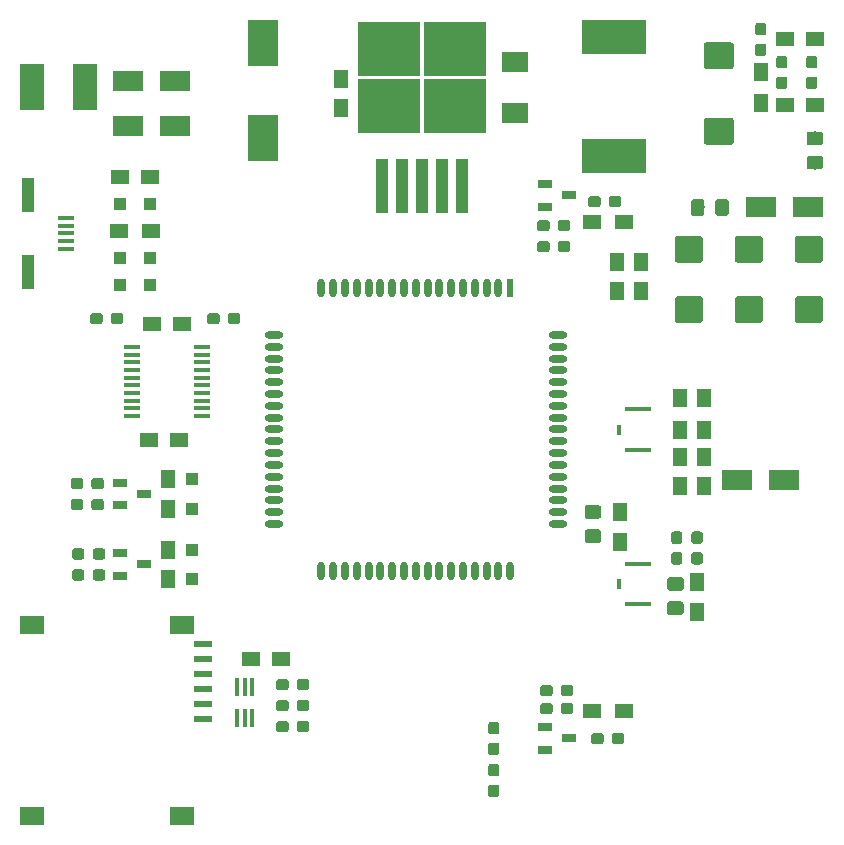
<source format=gbr>
G04 #@! TF.GenerationSoftware,KiCad,Pcbnew,(5.1.2)-2*
G04 #@! TF.CreationDate,2019-10-28T15:07:55+07:00*
G04 #@! TF.ProjectId,ph_shield_sim7000_pm2_hw,70685f73-6869-4656-9c64-5f73696d3730,rev?*
G04 #@! TF.SameCoordinates,Original*
G04 #@! TF.FileFunction,Paste,Top*
G04 #@! TF.FilePolarity,Positive*
%FSLAX46Y46*%
G04 Gerber Fmt 4.6, Leading zero omitted, Abs format (unit mm)*
G04 Created by KiCad (PCBNEW (5.1.2)-2) date 2019-10-28 15:07:55*
%MOMM*%
%LPD*%
G04 APERTURE LIST*
%ADD10R,0.600000X1.600000*%
%ADD11O,0.600000X1.600000*%
%ADD12O,1.600000X0.600000*%
%ADD13R,0.400000X1.500000*%
%ADD14C,0.100000*%
%ADD15C,1.150000*%
%ADD16R,1.450000X0.450000*%
%ADD17C,0.950000*%
%ADD18R,1.500000X1.250000*%
%ADD19R,2.500000X4.000000*%
%ADD20R,1.250000X1.500000*%
%ADD21R,1.500000X1.300000*%
%ADD22R,1.300000X1.500000*%
%ADD23R,2.000000X4.000000*%
%ADD24R,1.254000X0.800100*%
%ADD25R,0.400000X0.900000*%
%ADD26R,2.180000X0.400000*%
%ADD27R,2.500000X1.800000*%
%ADD28R,2.286000X1.778000*%
%ADD29R,1.000000X1.000000*%
%ADD30R,1.350000X0.400000*%
%ADD31R,1.000000X3.000000*%
%ADD32R,2.000000X1.524000*%
%ADD33R,1.524000X0.624000*%
%ADD34R,5.400040X2.900680*%
%ADD35R,1.100000X4.600000*%
%ADD36R,5.250000X4.550000*%
%ADD37C,2.250000*%
G04 APERTURE END LIST*
D10*
X142620000Y-73344000D03*
D11*
X141620000Y-73344000D03*
X140620000Y-73344000D03*
X139620000Y-73344000D03*
X138620000Y-73344000D03*
X137620000Y-73344000D03*
X136620000Y-73344000D03*
X135620000Y-73344000D03*
X134620000Y-73344000D03*
X133620000Y-73344000D03*
X132620000Y-73344000D03*
X131620000Y-73344000D03*
X130620000Y-73344000D03*
X129620000Y-73344000D03*
X128620000Y-73344000D03*
X127620000Y-73344000D03*
X126620000Y-73344000D03*
D12*
X122620000Y-77344000D03*
X122620000Y-78344000D03*
X122620000Y-79344000D03*
X122620000Y-80344000D03*
X122620000Y-81344000D03*
X122620000Y-82344000D03*
X122620000Y-83344000D03*
X122620000Y-84344000D03*
X122620000Y-85344000D03*
X122620000Y-86344000D03*
X122620000Y-87344000D03*
X122620000Y-88344000D03*
X122620000Y-89344000D03*
X122620000Y-90344000D03*
X122620000Y-91344000D03*
X122620000Y-92344000D03*
X122620000Y-93344000D03*
D11*
X126620000Y-97344000D03*
X127620000Y-97344000D03*
X128620000Y-97344000D03*
X129620000Y-97344000D03*
X130620000Y-97344000D03*
X131620000Y-97344000D03*
X132620000Y-97344000D03*
X133620000Y-97344000D03*
X134620000Y-97344000D03*
X135620000Y-97344000D03*
X136620000Y-97344000D03*
X137620000Y-97344000D03*
X138620000Y-97344000D03*
X139620000Y-97344000D03*
X140620000Y-97344000D03*
X141620000Y-97344000D03*
X142620000Y-97344000D03*
D12*
X146620000Y-93344000D03*
X146620000Y-92344000D03*
X146620000Y-91344000D03*
X146620000Y-90344000D03*
X146620000Y-89344000D03*
X146620000Y-88344000D03*
X146620000Y-87344000D03*
X146620000Y-86344000D03*
X146620000Y-85344000D03*
X146620000Y-84344000D03*
X146620000Y-83344000D03*
X146620000Y-82344000D03*
X146620000Y-81344000D03*
X146620000Y-80344000D03*
X146620000Y-79344000D03*
X146620000Y-78344000D03*
X146620000Y-77344000D03*
D13*
X120792000Y-107128000D03*
X120142000Y-107128000D03*
X119492000Y-107128000D03*
X119492000Y-109788000D03*
X120142000Y-109788000D03*
X120792000Y-109788000D03*
D14*
G36*
X150080505Y-91746204D02*
G01*
X150104773Y-91749804D01*
X150128572Y-91755765D01*
X150151671Y-91764030D01*
X150173850Y-91774520D01*
X150194893Y-91787132D01*
X150214599Y-91801747D01*
X150232777Y-91818223D01*
X150249253Y-91836401D01*
X150263868Y-91856107D01*
X150276480Y-91877150D01*
X150286970Y-91899329D01*
X150295235Y-91922428D01*
X150301196Y-91946227D01*
X150304796Y-91970495D01*
X150306000Y-91994999D01*
X150306000Y-92645001D01*
X150304796Y-92669505D01*
X150301196Y-92693773D01*
X150295235Y-92717572D01*
X150286970Y-92740671D01*
X150276480Y-92762850D01*
X150263868Y-92783893D01*
X150249253Y-92803599D01*
X150232777Y-92821777D01*
X150214599Y-92838253D01*
X150194893Y-92852868D01*
X150173850Y-92865480D01*
X150151671Y-92875970D01*
X150128572Y-92884235D01*
X150104773Y-92890196D01*
X150080505Y-92893796D01*
X150056001Y-92895000D01*
X149155999Y-92895000D01*
X149131495Y-92893796D01*
X149107227Y-92890196D01*
X149083428Y-92884235D01*
X149060329Y-92875970D01*
X149038150Y-92865480D01*
X149017107Y-92852868D01*
X148997401Y-92838253D01*
X148979223Y-92821777D01*
X148962747Y-92803599D01*
X148948132Y-92783893D01*
X148935520Y-92762850D01*
X148925030Y-92740671D01*
X148916765Y-92717572D01*
X148910804Y-92693773D01*
X148907204Y-92669505D01*
X148906000Y-92645001D01*
X148906000Y-91994999D01*
X148907204Y-91970495D01*
X148910804Y-91946227D01*
X148916765Y-91922428D01*
X148925030Y-91899329D01*
X148935520Y-91877150D01*
X148948132Y-91856107D01*
X148962747Y-91836401D01*
X148979223Y-91818223D01*
X148997401Y-91801747D01*
X149017107Y-91787132D01*
X149038150Y-91774520D01*
X149060329Y-91764030D01*
X149083428Y-91755765D01*
X149107227Y-91749804D01*
X149131495Y-91746204D01*
X149155999Y-91745000D01*
X150056001Y-91745000D01*
X150080505Y-91746204D01*
X150080505Y-91746204D01*
G37*
D15*
X149606000Y-92320000D03*
D14*
G36*
X150080505Y-93796204D02*
G01*
X150104773Y-93799804D01*
X150128572Y-93805765D01*
X150151671Y-93814030D01*
X150173850Y-93824520D01*
X150194893Y-93837132D01*
X150214599Y-93851747D01*
X150232777Y-93868223D01*
X150249253Y-93886401D01*
X150263868Y-93906107D01*
X150276480Y-93927150D01*
X150286970Y-93949329D01*
X150295235Y-93972428D01*
X150301196Y-93996227D01*
X150304796Y-94020495D01*
X150306000Y-94044999D01*
X150306000Y-94695001D01*
X150304796Y-94719505D01*
X150301196Y-94743773D01*
X150295235Y-94767572D01*
X150286970Y-94790671D01*
X150276480Y-94812850D01*
X150263868Y-94833893D01*
X150249253Y-94853599D01*
X150232777Y-94871777D01*
X150214599Y-94888253D01*
X150194893Y-94902868D01*
X150173850Y-94915480D01*
X150151671Y-94925970D01*
X150128572Y-94934235D01*
X150104773Y-94940196D01*
X150080505Y-94943796D01*
X150056001Y-94945000D01*
X149155999Y-94945000D01*
X149131495Y-94943796D01*
X149107227Y-94940196D01*
X149083428Y-94934235D01*
X149060329Y-94925970D01*
X149038150Y-94915480D01*
X149017107Y-94902868D01*
X148997401Y-94888253D01*
X148979223Y-94871777D01*
X148962747Y-94853599D01*
X148948132Y-94833893D01*
X148935520Y-94812850D01*
X148925030Y-94790671D01*
X148916765Y-94767572D01*
X148910804Y-94743773D01*
X148907204Y-94719505D01*
X148906000Y-94695001D01*
X148906000Y-94044999D01*
X148907204Y-94020495D01*
X148910804Y-93996227D01*
X148916765Y-93972428D01*
X148925030Y-93949329D01*
X148935520Y-93927150D01*
X148948132Y-93906107D01*
X148962747Y-93886401D01*
X148979223Y-93868223D01*
X148997401Y-93851747D01*
X149017107Y-93837132D01*
X149038150Y-93824520D01*
X149060329Y-93814030D01*
X149083428Y-93805765D01*
X149107227Y-93799804D01*
X149131495Y-93796204D01*
X149155999Y-93795000D01*
X150056001Y-93795000D01*
X150080505Y-93796204D01*
X150080505Y-93796204D01*
G37*
D15*
X149606000Y-94370000D03*
D16*
X116488000Y-84205000D03*
X116488000Y-83555000D03*
X116488000Y-82905000D03*
X116488000Y-82255000D03*
X116488000Y-81605000D03*
X116488000Y-80955000D03*
X116488000Y-80305000D03*
X116488000Y-79655000D03*
X116488000Y-79005000D03*
X116488000Y-78355000D03*
X110588000Y-78355000D03*
X110588000Y-79005000D03*
X110588000Y-79655000D03*
X110588000Y-80305000D03*
X110588000Y-80955000D03*
X110588000Y-81605000D03*
X110588000Y-82255000D03*
X110588000Y-82905000D03*
X110588000Y-83555000D03*
X110588000Y-84205000D03*
D14*
G36*
X119549779Y-75472144D02*
G01*
X119572834Y-75475563D01*
X119595443Y-75481227D01*
X119617387Y-75489079D01*
X119638457Y-75499044D01*
X119658448Y-75511026D01*
X119677168Y-75524910D01*
X119694438Y-75540562D01*
X119710090Y-75557832D01*
X119723974Y-75576552D01*
X119735956Y-75596543D01*
X119745921Y-75617613D01*
X119753773Y-75639557D01*
X119759437Y-75662166D01*
X119762856Y-75685221D01*
X119764000Y-75708500D01*
X119764000Y-76183500D01*
X119762856Y-76206779D01*
X119759437Y-76229834D01*
X119753773Y-76252443D01*
X119745921Y-76274387D01*
X119735956Y-76295457D01*
X119723974Y-76315448D01*
X119710090Y-76334168D01*
X119694438Y-76351438D01*
X119677168Y-76367090D01*
X119658448Y-76380974D01*
X119638457Y-76392956D01*
X119617387Y-76402921D01*
X119595443Y-76410773D01*
X119572834Y-76416437D01*
X119549779Y-76419856D01*
X119526500Y-76421000D01*
X118951500Y-76421000D01*
X118928221Y-76419856D01*
X118905166Y-76416437D01*
X118882557Y-76410773D01*
X118860613Y-76402921D01*
X118839543Y-76392956D01*
X118819552Y-76380974D01*
X118800832Y-76367090D01*
X118783562Y-76351438D01*
X118767910Y-76334168D01*
X118754026Y-76315448D01*
X118742044Y-76295457D01*
X118732079Y-76274387D01*
X118724227Y-76252443D01*
X118718563Y-76229834D01*
X118715144Y-76206779D01*
X118714000Y-76183500D01*
X118714000Y-75708500D01*
X118715144Y-75685221D01*
X118718563Y-75662166D01*
X118724227Y-75639557D01*
X118732079Y-75617613D01*
X118742044Y-75596543D01*
X118754026Y-75576552D01*
X118767910Y-75557832D01*
X118783562Y-75540562D01*
X118800832Y-75524910D01*
X118819552Y-75511026D01*
X118839543Y-75499044D01*
X118860613Y-75489079D01*
X118882557Y-75481227D01*
X118905166Y-75475563D01*
X118928221Y-75472144D01*
X118951500Y-75471000D01*
X119526500Y-75471000D01*
X119549779Y-75472144D01*
X119549779Y-75472144D01*
G37*
D17*
X119239000Y-75946000D03*
D14*
G36*
X117799779Y-75472144D02*
G01*
X117822834Y-75475563D01*
X117845443Y-75481227D01*
X117867387Y-75489079D01*
X117888457Y-75499044D01*
X117908448Y-75511026D01*
X117927168Y-75524910D01*
X117944438Y-75540562D01*
X117960090Y-75557832D01*
X117973974Y-75576552D01*
X117985956Y-75596543D01*
X117995921Y-75617613D01*
X118003773Y-75639557D01*
X118009437Y-75662166D01*
X118012856Y-75685221D01*
X118014000Y-75708500D01*
X118014000Y-76183500D01*
X118012856Y-76206779D01*
X118009437Y-76229834D01*
X118003773Y-76252443D01*
X117995921Y-76274387D01*
X117985956Y-76295457D01*
X117973974Y-76315448D01*
X117960090Y-76334168D01*
X117944438Y-76351438D01*
X117927168Y-76367090D01*
X117908448Y-76380974D01*
X117888457Y-76392956D01*
X117867387Y-76402921D01*
X117845443Y-76410773D01*
X117822834Y-76416437D01*
X117799779Y-76419856D01*
X117776500Y-76421000D01*
X117201500Y-76421000D01*
X117178221Y-76419856D01*
X117155166Y-76416437D01*
X117132557Y-76410773D01*
X117110613Y-76402921D01*
X117089543Y-76392956D01*
X117069552Y-76380974D01*
X117050832Y-76367090D01*
X117033562Y-76351438D01*
X117017910Y-76334168D01*
X117004026Y-76315448D01*
X116992044Y-76295457D01*
X116982079Y-76274387D01*
X116974227Y-76252443D01*
X116968563Y-76229834D01*
X116965144Y-76206779D01*
X116964000Y-76183500D01*
X116964000Y-75708500D01*
X116965144Y-75685221D01*
X116968563Y-75662166D01*
X116974227Y-75639557D01*
X116982079Y-75617613D01*
X116992044Y-75596543D01*
X117004026Y-75576552D01*
X117017910Y-75557832D01*
X117033562Y-75540562D01*
X117050832Y-75524910D01*
X117069552Y-75511026D01*
X117089543Y-75499044D01*
X117110613Y-75489079D01*
X117132557Y-75481227D01*
X117155166Y-75475563D01*
X117178221Y-75472144D01*
X117201500Y-75471000D01*
X117776500Y-75471000D01*
X117799779Y-75472144D01*
X117799779Y-75472144D01*
G37*
D17*
X117489000Y-75946000D03*
D18*
X112288000Y-76454000D03*
X114788000Y-76454000D03*
D19*
X121666000Y-60642000D03*
X121666000Y-52642000D03*
D20*
X128270000Y-55646000D03*
X128270000Y-58146000D03*
D18*
X112034000Y-86233000D03*
X114534000Y-86233000D03*
D20*
X113665000Y-92055000D03*
X113665000Y-89555000D03*
X113665000Y-95524000D03*
X113665000Y-98024000D03*
D18*
X165882000Y-52324000D03*
X168382000Y-52324000D03*
X165882000Y-57912000D03*
X168382000Y-57912000D03*
X112090000Y-64008000D03*
X109590000Y-64008000D03*
D20*
X156972000Y-90150000D03*
X156972000Y-87650000D03*
X159004000Y-87650000D03*
X159004000Y-90150000D03*
X151892000Y-92349000D03*
X151892000Y-94849000D03*
X158432500Y-98254500D03*
X158432500Y-100754500D03*
D18*
X120670000Y-104775000D03*
X123170000Y-104775000D03*
D20*
X153670000Y-71140000D03*
X153670000Y-73640000D03*
X151638000Y-73640000D03*
X151638000Y-71140000D03*
D21*
X149526000Y-67818000D03*
X152226000Y-67818000D03*
D22*
X163830000Y-55038000D03*
X163830000Y-57738000D03*
D21*
X152226000Y-109220000D03*
X149526000Y-109220000D03*
D23*
X106644000Y-56388000D03*
X102144000Y-56388000D03*
D24*
X111617000Y-90805000D03*
X109616240Y-91755000D03*
X109616240Y-89855000D03*
X109616240Y-95824000D03*
X109616240Y-97724000D03*
X111617000Y-96774000D03*
X147558000Y-65532000D03*
X145557240Y-66482000D03*
X145557240Y-64582000D03*
X145557240Y-110556000D03*
X145557240Y-112456000D03*
X147558000Y-111506000D03*
D21*
X109490000Y-68547500D03*
X112190000Y-68547500D03*
D22*
X156972000Y-85360500D03*
X156972000Y-82660500D03*
X159004000Y-82660500D03*
X159004000Y-85360500D03*
D25*
X151853900Y-85356700D03*
D26*
X153416000Y-87058500D03*
X153416000Y-83629500D03*
D27*
X110268000Y-59690000D03*
X114268000Y-59690000D03*
X114268000Y-55880000D03*
X110268000Y-55880000D03*
D28*
X143002000Y-54211000D03*
X143002000Y-58565000D03*
D29*
X115697000Y-89555000D03*
X115697000Y-92055000D03*
X115697000Y-95524000D03*
X115697000Y-98024000D03*
X109590000Y-66262750D03*
X112090000Y-66262750D03*
X112090000Y-73152000D03*
X109590000Y-73152000D03*
X109590000Y-70832250D03*
X112090000Y-70832250D03*
D27*
X161830000Y-89662000D03*
X165830000Y-89662000D03*
X167862000Y-66548000D03*
X163862000Y-66548000D03*
D14*
G36*
X168876505Y-62173204D02*
G01*
X168900773Y-62176804D01*
X168924572Y-62182765D01*
X168947671Y-62191030D01*
X168969850Y-62201520D01*
X168990893Y-62214132D01*
X169010599Y-62228747D01*
X169028777Y-62245223D01*
X169045253Y-62263401D01*
X169059868Y-62283107D01*
X169072480Y-62304150D01*
X169082970Y-62326329D01*
X169091235Y-62349428D01*
X169097196Y-62373227D01*
X169100796Y-62397495D01*
X169102000Y-62421999D01*
X169102000Y-63072001D01*
X169100796Y-63096505D01*
X169097196Y-63120773D01*
X169091235Y-63144572D01*
X169082970Y-63167671D01*
X169072480Y-63189850D01*
X169059868Y-63210893D01*
X169045253Y-63230599D01*
X169028777Y-63248777D01*
X169010599Y-63265253D01*
X168990893Y-63279868D01*
X168969850Y-63292480D01*
X168947671Y-63302970D01*
X168924572Y-63311235D01*
X168900773Y-63317196D01*
X168876505Y-63320796D01*
X168852001Y-63322000D01*
X167951999Y-63322000D01*
X167927495Y-63320796D01*
X167903227Y-63317196D01*
X167879428Y-63311235D01*
X167856329Y-63302970D01*
X167834150Y-63292480D01*
X167813107Y-63279868D01*
X167793401Y-63265253D01*
X167775223Y-63248777D01*
X167758747Y-63230599D01*
X167744132Y-63210893D01*
X167731520Y-63189850D01*
X167721030Y-63167671D01*
X167712765Y-63144572D01*
X167706804Y-63120773D01*
X167703204Y-63096505D01*
X167702000Y-63072001D01*
X167702000Y-62421999D01*
X167703204Y-62397495D01*
X167706804Y-62373227D01*
X167712765Y-62349428D01*
X167721030Y-62326329D01*
X167731520Y-62304150D01*
X167744132Y-62283107D01*
X167758747Y-62263401D01*
X167775223Y-62245223D01*
X167793401Y-62228747D01*
X167813107Y-62214132D01*
X167834150Y-62201520D01*
X167856329Y-62191030D01*
X167879428Y-62182765D01*
X167903227Y-62176804D01*
X167927495Y-62173204D01*
X167951999Y-62172000D01*
X168852001Y-62172000D01*
X168876505Y-62173204D01*
X168876505Y-62173204D01*
G37*
D15*
X168402000Y-62747000D03*
D14*
G36*
X168876505Y-60123204D02*
G01*
X168900773Y-60126804D01*
X168924572Y-60132765D01*
X168947671Y-60141030D01*
X168969850Y-60151520D01*
X168990893Y-60164132D01*
X169010599Y-60178747D01*
X169028777Y-60195223D01*
X169045253Y-60213401D01*
X169059868Y-60233107D01*
X169072480Y-60254150D01*
X169082970Y-60276329D01*
X169091235Y-60299428D01*
X169097196Y-60323227D01*
X169100796Y-60347495D01*
X169102000Y-60371999D01*
X169102000Y-61022001D01*
X169100796Y-61046505D01*
X169097196Y-61070773D01*
X169091235Y-61094572D01*
X169082970Y-61117671D01*
X169072480Y-61139850D01*
X169059868Y-61160893D01*
X169045253Y-61180599D01*
X169028777Y-61198777D01*
X169010599Y-61215253D01*
X168990893Y-61229868D01*
X168969850Y-61242480D01*
X168947671Y-61252970D01*
X168924572Y-61261235D01*
X168900773Y-61267196D01*
X168876505Y-61270796D01*
X168852001Y-61272000D01*
X167951999Y-61272000D01*
X167927495Y-61270796D01*
X167903227Y-61267196D01*
X167879428Y-61261235D01*
X167856329Y-61252970D01*
X167834150Y-61242480D01*
X167813107Y-61229868D01*
X167793401Y-61215253D01*
X167775223Y-61198777D01*
X167758747Y-61180599D01*
X167744132Y-61160893D01*
X167731520Y-61139850D01*
X167721030Y-61117671D01*
X167712765Y-61094572D01*
X167706804Y-61070773D01*
X167703204Y-61046505D01*
X167702000Y-61022001D01*
X167702000Y-60371999D01*
X167703204Y-60347495D01*
X167706804Y-60323227D01*
X167712765Y-60299428D01*
X167721030Y-60276329D01*
X167731520Y-60254150D01*
X167744132Y-60233107D01*
X167758747Y-60213401D01*
X167775223Y-60195223D01*
X167793401Y-60178747D01*
X167813107Y-60164132D01*
X167834150Y-60151520D01*
X167856329Y-60141030D01*
X167879428Y-60132765D01*
X167903227Y-60126804D01*
X167927495Y-60123204D01*
X167951999Y-60122000D01*
X168852001Y-60122000D01*
X168876505Y-60123204D01*
X168876505Y-60123204D01*
G37*
D15*
X168402000Y-60697000D03*
D14*
G36*
X158836505Y-65849204D02*
G01*
X158860773Y-65852804D01*
X158884572Y-65858765D01*
X158907671Y-65867030D01*
X158929850Y-65877520D01*
X158950893Y-65890132D01*
X158970599Y-65904747D01*
X158988777Y-65921223D01*
X159005253Y-65939401D01*
X159019868Y-65959107D01*
X159032480Y-65980150D01*
X159042970Y-66002329D01*
X159051235Y-66025428D01*
X159057196Y-66049227D01*
X159060796Y-66073495D01*
X159062000Y-66097999D01*
X159062000Y-66998001D01*
X159060796Y-67022505D01*
X159057196Y-67046773D01*
X159051235Y-67070572D01*
X159042970Y-67093671D01*
X159032480Y-67115850D01*
X159019868Y-67136893D01*
X159005253Y-67156599D01*
X158988777Y-67174777D01*
X158970599Y-67191253D01*
X158950893Y-67205868D01*
X158929850Y-67218480D01*
X158907671Y-67228970D01*
X158884572Y-67237235D01*
X158860773Y-67243196D01*
X158836505Y-67246796D01*
X158812001Y-67248000D01*
X158161999Y-67248000D01*
X158137495Y-67246796D01*
X158113227Y-67243196D01*
X158089428Y-67237235D01*
X158066329Y-67228970D01*
X158044150Y-67218480D01*
X158023107Y-67205868D01*
X158003401Y-67191253D01*
X157985223Y-67174777D01*
X157968747Y-67156599D01*
X157954132Y-67136893D01*
X157941520Y-67115850D01*
X157931030Y-67093671D01*
X157922765Y-67070572D01*
X157916804Y-67046773D01*
X157913204Y-67022505D01*
X157912000Y-66998001D01*
X157912000Y-66097999D01*
X157913204Y-66073495D01*
X157916804Y-66049227D01*
X157922765Y-66025428D01*
X157931030Y-66002329D01*
X157941520Y-65980150D01*
X157954132Y-65959107D01*
X157968747Y-65939401D01*
X157985223Y-65921223D01*
X158003401Y-65904747D01*
X158023107Y-65890132D01*
X158044150Y-65877520D01*
X158066329Y-65867030D01*
X158089428Y-65858765D01*
X158113227Y-65852804D01*
X158137495Y-65849204D01*
X158161999Y-65848000D01*
X158812001Y-65848000D01*
X158836505Y-65849204D01*
X158836505Y-65849204D01*
G37*
D15*
X158487000Y-66548000D03*
D14*
G36*
X160886505Y-65849204D02*
G01*
X160910773Y-65852804D01*
X160934572Y-65858765D01*
X160957671Y-65867030D01*
X160979850Y-65877520D01*
X161000893Y-65890132D01*
X161020599Y-65904747D01*
X161038777Y-65921223D01*
X161055253Y-65939401D01*
X161069868Y-65959107D01*
X161082480Y-65980150D01*
X161092970Y-66002329D01*
X161101235Y-66025428D01*
X161107196Y-66049227D01*
X161110796Y-66073495D01*
X161112000Y-66097999D01*
X161112000Y-66998001D01*
X161110796Y-67022505D01*
X161107196Y-67046773D01*
X161101235Y-67070572D01*
X161092970Y-67093671D01*
X161082480Y-67115850D01*
X161069868Y-67136893D01*
X161055253Y-67156599D01*
X161038777Y-67174777D01*
X161020599Y-67191253D01*
X161000893Y-67205868D01*
X160979850Y-67218480D01*
X160957671Y-67228970D01*
X160934572Y-67237235D01*
X160910773Y-67243196D01*
X160886505Y-67246796D01*
X160862001Y-67248000D01*
X160211999Y-67248000D01*
X160187495Y-67246796D01*
X160163227Y-67243196D01*
X160139428Y-67237235D01*
X160116329Y-67228970D01*
X160094150Y-67218480D01*
X160073107Y-67205868D01*
X160053401Y-67191253D01*
X160035223Y-67174777D01*
X160018747Y-67156599D01*
X160004132Y-67136893D01*
X159991520Y-67115850D01*
X159981030Y-67093671D01*
X159972765Y-67070572D01*
X159966804Y-67046773D01*
X159963204Y-67022505D01*
X159962000Y-66998001D01*
X159962000Y-66097999D01*
X159963204Y-66073495D01*
X159966804Y-66049227D01*
X159972765Y-66025428D01*
X159981030Y-66002329D01*
X159991520Y-65980150D01*
X160004132Y-65959107D01*
X160018747Y-65939401D01*
X160035223Y-65921223D01*
X160053401Y-65904747D01*
X160073107Y-65890132D01*
X160094150Y-65877520D01*
X160116329Y-65867030D01*
X160139428Y-65858765D01*
X160163227Y-65852804D01*
X160187495Y-65849204D01*
X160211999Y-65848000D01*
X160862001Y-65848000D01*
X160886505Y-65849204D01*
X160886505Y-65849204D01*
G37*
D15*
X160537000Y-66548000D03*
D30*
X104965940Y-67441660D03*
X104965940Y-68091660D03*
X104965940Y-68741660D03*
X104965940Y-69391660D03*
X104965940Y-70041660D03*
D31*
X101786000Y-65455800D03*
X101786000Y-71975000D03*
D32*
X102118000Y-118057000D03*
D33*
X116595500Y-106007000D03*
X116595500Y-103467000D03*
X116595500Y-107277000D03*
X116595500Y-109817000D03*
D32*
X114798000Y-118057000D03*
X102118000Y-101907000D03*
D33*
X116595500Y-104737000D03*
D32*
X114798000Y-101907000D03*
D33*
X116595500Y-108547000D03*
D34*
X151384000Y-62151260D03*
X151384000Y-52148740D03*
D14*
G36*
X157065505Y-97842204D02*
G01*
X157089773Y-97845804D01*
X157113572Y-97851765D01*
X157136671Y-97860030D01*
X157158850Y-97870520D01*
X157179893Y-97883132D01*
X157199599Y-97897747D01*
X157217777Y-97914223D01*
X157234253Y-97932401D01*
X157248868Y-97952107D01*
X157261480Y-97973150D01*
X157271970Y-97995329D01*
X157280235Y-98018428D01*
X157286196Y-98042227D01*
X157289796Y-98066495D01*
X157291000Y-98090999D01*
X157291000Y-98741001D01*
X157289796Y-98765505D01*
X157286196Y-98789773D01*
X157280235Y-98813572D01*
X157271970Y-98836671D01*
X157261480Y-98858850D01*
X157248868Y-98879893D01*
X157234253Y-98899599D01*
X157217777Y-98917777D01*
X157199599Y-98934253D01*
X157179893Y-98948868D01*
X157158850Y-98961480D01*
X157136671Y-98971970D01*
X157113572Y-98980235D01*
X157089773Y-98986196D01*
X157065505Y-98989796D01*
X157041001Y-98991000D01*
X156140999Y-98991000D01*
X156116495Y-98989796D01*
X156092227Y-98986196D01*
X156068428Y-98980235D01*
X156045329Y-98971970D01*
X156023150Y-98961480D01*
X156002107Y-98948868D01*
X155982401Y-98934253D01*
X155964223Y-98917777D01*
X155947747Y-98899599D01*
X155933132Y-98879893D01*
X155920520Y-98858850D01*
X155910030Y-98836671D01*
X155901765Y-98813572D01*
X155895804Y-98789773D01*
X155892204Y-98765505D01*
X155891000Y-98741001D01*
X155891000Y-98090999D01*
X155892204Y-98066495D01*
X155895804Y-98042227D01*
X155901765Y-98018428D01*
X155910030Y-97995329D01*
X155920520Y-97973150D01*
X155933132Y-97952107D01*
X155947747Y-97932401D01*
X155964223Y-97914223D01*
X155982401Y-97897747D01*
X156002107Y-97883132D01*
X156023150Y-97870520D01*
X156045329Y-97860030D01*
X156068428Y-97851765D01*
X156092227Y-97845804D01*
X156116495Y-97842204D01*
X156140999Y-97841000D01*
X157041001Y-97841000D01*
X157065505Y-97842204D01*
X157065505Y-97842204D01*
G37*
D15*
X156591000Y-98416000D03*
D14*
G36*
X157065505Y-99892204D02*
G01*
X157089773Y-99895804D01*
X157113572Y-99901765D01*
X157136671Y-99910030D01*
X157158850Y-99920520D01*
X157179893Y-99933132D01*
X157199599Y-99947747D01*
X157217777Y-99964223D01*
X157234253Y-99982401D01*
X157248868Y-100002107D01*
X157261480Y-100023150D01*
X157271970Y-100045329D01*
X157280235Y-100068428D01*
X157286196Y-100092227D01*
X157289796Y-100116495D01*
X157291000Y-100140999D01*
X157291000Y-100791001D01*
X157289796Y-100815505D01*
X157286196Y-100839773D01*
X157280235Y-100863572D01*
X157271970Y-100886671D01*
X157261480Y-100908850D01*
X157248868Y-100929893D01*
X157234253Y-100949599D01*
X157217777Y-100967777D01*
X157199599Y-100984253D01*
X157179893Y-100998868D01*
X157158850Y-101011480D01*
X157136671Y-101021970D01*
X157113572Y-101030235D01*
X157089773Y-101036196D01*
X157065505Y-101039796D01*
X157041001Y-101041000D01*
X156140999Y-101041000D01*
X156116495Y-101039796D01*
X156092227Y-101036196D01*
X156068428Y-101030235D01*
X156045329Y-101021970D01*
X156023150Y-101011480D01*
X156002107Y-100998868D01*
X155982401Y-100984253D01*
X155964223Y-100967777D01*
X155947747Y-100949599D01*
X155933132Y-100929893D01*
X155920520Y-100908850D01*
X155910030Y-100886671D01*
X155901765Y-100863572D01*
X155895804Y-100839773D01*
X155892204Y-100815505D01*
X155891000Y-100791001D01*
X155891000Y-100140999D01*
X155892204Y-100116495D01*
X155895804Y-100092227D01*
X155901765Y-100068428D01*
X155910030Y-100045329D01*
X155920520Y-100023150D01*
X155933132Y-100002107D01*
X155947747Y-99982401D01*
X155964223Y-99964223D01*
X155982401Y-99947747D01*
X156002107Y-99933132D01*
X156023150Y-99920520D01*
X156045329Y-99910030D01*
X156068428Y-99901765D01*
X156092227Y-99895804D01*
X156116495Y-99892204D01*
X156140999Y-99891000D01*
X157041001Y-99891000D01*
X157065505Y-99892204D01*
X157065505Y-99892204D01*
G37*
D15*
X156591000Y-100466000D03*
D14*
G36*
X158693279Y-93978144D02*
G01*
X158716334Y-93981563D01*
X158738943Y-93987227D01*
X158760887Y-93995079D01*
X158781957Y-94005044D01*
X158801948Y-94017026D01*
X158820668Y-94030910D01*
X158837938Y-94046562D01*
X158853590Y-94063832D01*
X158867474Y-94082552D01*
X158879456Y-94102543D01*
X158889421Y-94123613D01*
X158897273Y-94145557D01*
X158902937Y-94168166D01*
X158906356Y-94191221D01*
X158907500Y-94214500D01*
X158907500Y-94789500D01*
X158906356Y-94812779D01*
X158902937Y-94835834D01*
X158897273Y-94858443D01*
X158889421Y-94880387D01*
X158879456Y-94901457D01*
X158867474Y-94921448D01*
X158853590Y-94940168D01*
X158837938Y-94957438D01*
X158820668Y-94973090D01*
X158801948Y-94986974D01*
X158781957Y-94998956D01*
X158760887Y-95008921D01*
X158738943Y-95016773D01*
X158716334Y-95022437D01*
X158693279Y-95025856D01*
X158670000Y-95027000D01*
X158195000Y-95027000D01*
X158171721Y-95025856D01*
X158148666Y-95022437D01*
X158126057Y-95016773D01*
X158104113Y-95008921D01*
X158083043Y-94998956D01*
X158063052Y-94986974D01*
X158044332Y-94973090D01*
X158027062Y-94957438D01*
X158011410Y-94940168D01*
X157997526Y-94921448D01*
X157985544Y-94901457D01*
X157975579Y-94880387D01*
X157967727Y-94858443D01*
X157962063Y-94835834D01*
X157958644Y-94812779D01*
X157957500Y-94789500D01*
X157957500Y-94214500D01*
X157958644Y-94191221D01*
X157962063Y-94168166D01*
X157967727Y-94145557D01*
X157975579Y-94123613D01*
X157985544Y-94102543D01*
X157997526Y-94082552D01*
X158011410Y-94063832D01*
X158027062Y-94046562D01*
X158044332Y-94030910D01*
X158063052Y-94017026D01*
X158083043Y-94005044D01*
X158104113Y-93995079D01*
X158126057Y-93987227D01*
X158148666Y-93981563D01*
X158171721Y-93978144D01*
X158195000Y-93977000D01*
X158670000Y-93977000D01*
X158693279Y-93978144D01*
X158693279Y-93978144D01*
G37*
D17*
X158432500Y-94502000D03*
D14*
G36*
X158693279Y-95728144D02*
G01*
X158716334Y-95731563D01*
X158738943Y-95737227D01*
X158760887Y-95745079D01*
X158781957Y-95755044D01*
X158801948Y-95767026D01*
X158820668Y-95780910D01*
X158837938Y-95796562D01*
X158853590Y-95813832D01*
X158867474Y-95832552D01*
X158879456Y-95852543D01*
X158889421Y-95873613D01*
X158897273Y-95895557D01*
X158902937Y-95918166D01*
X158906356Y-95941221D01*
X158907500Y-95964500D01*
X158907500Y-96539500D01*
X158906356Y-96562779D01*
X158902937Y-96585834D01*
X158897273Y-96608443D01*
X158889421Y-96630387D01*
X158879456Y-96651457D01*
X158867474Y-96671448D01*
X158853590Y-96690168D01*
X158837938Y-96707438D01*
X158820668Y-96723090D01*
X158801948Y-96736974D01*
X158781957Y-96748956D01*
X158760887Y-96758921D01*
X158738943Y-96766773D01*
X158716334Y-96772437D01*
X158693279Y-96775856D01*
X158670000Y-96777000D01*
X158195000Y-96777000D01*
X158171721Y-96775856D01*
X158148666Y-96772437D01*
X158126057Y-96766773D01*
X158104113Y-96758921D01*
X158083043Y-96748956D01*
X158063052Y-96736974D01*
X158044332Y-96723090D01*
X158027062Y-96707438D01*
X158011410Y-96690168D01*
X157997526Y-96671448D01*
X157985544Y-96651457D01*
X157975579Y-96630387D01*
X157967727Y-96608443D01*
X157962063Y-96585834D01*
X157958644Y-96562779D01*
X157957500Y-96539500D01*
X157957500Y-95964500D01*
X157958644Y-95941221D01*
X157962063Y-95918166D01*
X157967727Y-95895557D01*
X157975579Y-95873613D01*
X157985544Y-95852543D01*
X157997526Y-95832552D01*
X158011410Y-95813832D01*
X158027062Y-95796562D01*
X158044332Y-95780910D01*
X158063052Y-95767026D01*
X158083043Y-95755044D01*
X158104113Y-95745079D01*
X158126057Y-95737227D01*
X158148666Y-95731563D01*
X158171721Y-95728144D01*
X158195000Y-95727000D01*
X158670000Y-95727000D01*
X158693279Y-95728144D01*
X158693279Y-95728144D01*
G37*
D17*
X158432500Y-96252000D03*
D14*
G36*
X109643779Y-75472144D02*
G01*
X109666834Y-75475563D01*
X109689443Y-75481227D01*
X109711387Y-75489079D01*
X109732457Y-75499044D01*
X109752448Y-75511026D01*
X109771168Y-75524910D01*
X109788438Y-75540562D01*
X109804090Y-75557832D01*
X109817974Y-75576552D01*
X109829956Y-75596543D01*
X109839921Y-75617613D01*
X109847773Y-75639557D01*
X109853437Y-75662166D01*
X109856856Y-75685221D01*
X109858000Y-75708500D01*
X109858000Y-76183500D01*
X109856856Y-76206779D01*
X109853437Y-76229834D01*
X109847773Y-76252443D01*
X109839921Y-76274387D01*
X109829956Y-76295457D01*
X109817974Y-76315448D01*
X109804090Y-76334168D01*
X109788438Y-76351438D01*
X109771168Y-76367090D01*
X109752448Y-76380974D01*
X109732457Y-76392956D01*
X109711387Y-76402921D01*
X109689443Y-76410773D01*
X109666834Y-76416437D01*
X109643779Y-76419856D01*
X109620500Y-76421000D01*
X109045500Y-76421000D01*
X109022221Y-76419856D01*
X108999166Y-76416437D01*
X108976557Y-76410773D01*
X108954613Y-76402921D01*
X108933543Y-76392956D01*
X108913552Y-76380974D01*
X108894832Y-76367090D01*
X108877562Y-76351438D01*
X108861910Y-76334168D01*
X108848026Y-76315448D01*
X108836044Y-76295457D01*
X108826079Y-76274387D01*
X108818227Y-76252443D01*
X108812563Y-76229834D01*
X108809144Y-76206779D01*
X108808000Y-76183500D01*
X108808000Y-75708500D01*
X108809144Y-75685221D01*
X108812563Y-75662166D01*
X108818227Y-75639557D01*
X108826079Y-75617613D01*
X108836044Y-75596543D01*
X108848026Y-75576552D01*
X108861910Y-75557832D01*
X108877562Y-75540562D01*
X108894832Y-75524910D01*
X108913552Y-75511026D01*
X108933543Y-75499044D01*
X108954613Y-75489079D01*
X108976557Y-75481227D01*
X108999166Y-75475563D01*
X109022221Y-75472144D01*
X109045500Y-75471000D01*
X109620500Y-75471000D01*
X109643779Y-75472144D01*
X109643779Y-75472144D01*
G37*
D17*
X109333000Y-75946000D03*
D14*
G36*
X107893779Y-75472144D02*
G01*
X107916834Y-75475563D01*
X107939443Y-75481227D01*
X107961387Y-75489079D01*
X107982457Y-75499044D01*
X108002448Y-75511026D01*
X108021168Y-75524910D01*
X108038438Y-75540562D01*
X108054090Y-75557832D01*
X108067974Y-75576552D01*
X108079956Y-75596543D01*
X108089921Y-75617613D01*
X108097773Y-75639557D01*
X108103437Y-75662166D01*
X108106856Y-75685221D01*
X108108000Y-75708500D01*
X108108000Y-76183500D01*
X108106856Y-76206779D01*
X108103437Y-76229834D01*
X108097773Y-76252443D01*
X108089921Y-76274387D01*
X108079956Y-76295457D01*
X108067974Y-76315448D01*
X108054090Y-76334168D01*
X108038438Y-76351438D01*
X108021168Y-76367090D01*
X108002448Y-76380974D01*
X107982457Y-76392956D01*
X107961387Y-76402921D01*
X107939443Y-76410773D01*
X107916834Y-76416437D01*
X107893779Y-76419856D01*
X107870500Y-76421000D01*
X107295500Y-76421000D01*
X107272221Y-76419856D01*
X107249166Y-76416437D01*
X107226557Y-76410773D01*
X107204613Y-76402921D01*
X107183543Y-76392956D01*
X107163552Y-76380974D01*
X107144832Y-76367090D01*
X107127562Y-76351438D01*
X107111910Y-76334168D01*
X107098026Y-76315448D01*
X107086044Y-76295457D01*
X107076079Y-76274387D01*
X107068227Y-76252443D01*
X107062563Y-76229834D01*
X107059144Y-76206779D01*
X107058000Y-76183500D01*
X107058000Y-75708500D01*
X107059144Y-75685221D01*
X107062563Y-75662166D01*
X107068227Y-75639557D01*
X107076079Y-75617613D01*
X107086044Y-75596543D01*
X107098026Y-75576552D01*
X107111910Y-75557832D01*
X107127562Y-75540562D01*
X107144832Y-75524910D01*
X107163552Y-75511026D01*
X107183543Y-75499044D01*
X107204613Y-75489079D01*
X107226557Y-75481227D01*
X107249166Y-75475563D01*
X107272221Y-75472144D01*
X107295500Y-75471000D01*
X107870500Y-75471000D01*
X107893779Y-75472144D01*
X107893779Y-75472144D01*
G37*
D17*
X107583000Y-75946000D03*
D14*
G36*
X107992779Y-89442144D02*
G01*
X108015834Y-89445563D01*
X108038443Y-89451227D01*
X108060387Y-89459079D01*
X108081457Y-89469044D01*
X108101448Y-89481026D01*
X108120168Y-89494910D01*
X108137438Y-89510562D01*
X108153090Y-89527832D01*
X108166974Y-89546552D01*
X108178956Y-89566543D01*
X108188921Y-89587613D01*
X108196773Y-89609557D01*
X108202437Y-89632166D01*
X108205856Y-89655221D01*
X108207000Y-89678500D01*
X108207000Y-90153500D01*
X108205856Y-90176779D01*
X108202437Y-90199834D01*
X108196773Y-90222443D01*
X108188921Y-90244387D01*
X108178956Y-90265457D01*
X108166974Y-90285448D01*
X108153090Y-90304168D01*
X108137438Y-90321438D01*
X108120168Y-90337090D01*
X108101448Y-90350974D01*
X108081457Y-90362956D01*
X108060387Y-90372921D01*
X108038443Y-90380773D01*
X108015834Y-90386437D01*
X107992779Y-90389856D01*
X107969500Y-90391000D01*
X107394500Y-90391000D01*
X107371221Y-90389856D01*
X107348166Y-90386437D01*
X107325557Y-90380773D01*
X107303613Y-90372921D01*
X107282543Y-90362956D01*
X107262552Y-90350974D01*
X107243832Y-90337090D01*
X107226562Y-90321438D01*
X107210910Y-90304168D01*
X107197026Y-90285448D01*
X107185044Y-90265457D01*
X107175079Y-90244387D01*
X107167227Y-90222443D01*
X107161563Y-90199834D01*
X107158144Y-90176779D01*
X107157000Y-90153500D01*
X107157000Y-89678500D01*
X107158144Y-89655221D01*
X107161563Y-89632166D01*
X107167227Y-89609557D01*
X107175079Y-89587613D01*
X107185044Y-89566543D01*
X107197026Y-89546552D01*
X107210910Y-89527832D01*
X107226562Y-89510562D01*
X107243832Y-89494910D01*
X107262552Y-89481026D01*
X107282543Y-89469044D01*
X107303613Y-89459079D01*
X107325557Y-89451227D01*
X107348166Y-89445563D01*
X107371221Y-89442144D01*
X107394500Y-89441000D01*
X107969500Y-89441000D01*
X107992779Y-89442144D01*
X107992779Y-89442144D01*
G37*
D17*
X107682000Y-89916000D03*
D14*
G36*
X106242779Y-89442144D02*
G01*
X106265834Y-89445563D01*
X106288443Y-89451227D01*
X106310387Y-89459079D01*
X106331457Y-89469044D01*
X106351448Y-89481026D01*
X106370168Y-89494910D01*
X106387438Y-89510562D01*
X106403090Y-89527832D01*
X106416974Y-89546552D01*
X106428956Y-89566543D01*
X106438921Y-89587613D01*
X106446773Y-89609557D01*
X106452437Y-89632166D01*
X106455856Y-89655221D01*
X106457000Y-89678500D01*
X106457000Y-90153500D01*
X106455856Y-90176779D01*
X106452437Y-90199834D01*
X106446773Y-90222443D01*
X106438921Y-90244387D01*
X106428956Y-90265457D01*
X106416974Y-90285448D01*
X106403090Y-90304168D01*
X106387438Y-90321438D01*
X106370168Y-90337090D01*
X106351448Y-90350974D01*
X106331457Y-90362956D01*
X106310387Y-90372921D01*
X106288443Y-90380773D01*
X106265834Y-90386437D01*
X106242779Y-90389856D01*
X106219500Y-90391000D01*
X105644500Y-90391000D01*
X105621221Y-90389856D01*
X105598166Y-90386437D01*
X105575557Y-90380773D01*
X105553613Y-90372921D01*
X105532543Y-90362956D01*
X105512552Y-90350974D01*
X105493832Y-90337090D01*
X105476562Y-90321438D01*
X105460910Y-90304168D01*
X105447026Y-90285448D01*
X105435044Y-90265457D01*
X105425079Y-90244387D01*
X105417227Y-90222443D01*
X105411563Y-90199834D01*
X105408144Y-90176779D01*
X105407000Y-90153500D01*
X105407000Y-89678500D01*
X105408144Y-89655221D01*
X105411563Y-89632166D01*
X105417227Y-89609557D01*
X105425079Y-89587613D01*
X105435044Y-89566543D01*
X105447026Y-89546552D01*
X105460910Y-89527832D01*
X105476562Y-89510562D01*
X105493832Y-89494910D01*
X105512552Y-89481026D01*
X105532543Y-89469044D01*
X105553613Y-89459079D01*
X105575557Y-89451227D01*
X105598166Y-89445563D01*
X105621221Y-89442144D01*
X105644500Y-89441000D01*
X106219500Y-89441000D01*
X106242779Y-89442144D01*
X106242779Y-89442144D01*
G37*
D17*
X105932000Y-89916000D03*
D14*
G36*
X108105779Y-95411144D02*
G01*
X108128834Y-95414563D01*
X108151443Y-95420227D01*
X108173387Y-95428079D01*
X108194457Y-95438044D01*
X108214448Y-95450026D01*
X108233168Y-95463910D01*
X108250438Y-95479562D01*
X108266090Y-95496832D01*
X108279974Y-95515552D01*
X108291956Y-95535543D01*
X108301921Y-95556613D01*
X108309773Y-95578557D01*
X108315437Y-95601166D01*
X108318856Y-95624221D01*
X108320000Y-95647500D01*
X108320000Y-96122500D01*
X108318856Y-96145779D01*
X108315437Y-96168834D01*
X108309773Y-96191443D01*
X108301921Y-96213387D01*
X108291956Y-96234457D01*
X108279974Y-96254448D01*
X108266090Y-96273168D01*
X108250438Y-96290438D01*
X108233168Y-96306090D01*
X108214448Y-96319974D01*
X108194457Y-96331956D01*
X108173387Y-96341921D01*
X108151443Y-96349773D01*
X108128834Y-96355437D01*
X108105779Y-96358856D01*
X108082500Y-96360000D01*
X107507500Y-96360000D01*
X107484221Y-96358856D01*
X107461166Y-96355437D01*
X107438557Y-96349773D01*
X107416613Y-96341921D01*
X107395543Y-96331956D01*
X107375552Y-96319974D01*
X107356832Y-96306090D01*
X107339562Y-96290438D01*
X107323910Y-96273168D01*
X107310026Y-96254448D01*
X107298044Y-96234457D01*
X107288079Y-96213387D01*
X107280227Y-96191443D01*
X107274563Y-96168834D01*
X107271144Y-96145779D01*
X107270000Y-96122500D01*
X107270000Y-95647500D01*
X107271144Y-95624221D01*
X107274563Y-95601166D01*
X107280227Y-95578557D01*
X107288079Y-95556613D01*
X107298044Y-95535543D01*
X107310026Y-95515552D01*
X107323910Y-95496832D01*
X107339562Y-95479562D01*
X107356832Y-95463910D01*
X107375552Y-95450026D01*
X107395543Y-95438044D01*
X107416613Y-95428079D01*
X107438557Y-95420227D01*
X107461166Y-95414563D01*
X107484221Y-95411144D01*
X107507500Y-95410000D01*
X108082500Y-95410000D01*
X108105779Y-95411144D01*
X108105779Y-95411144D01*
G37*
D17*
X107795000Y-95885000D03*
D14*
G36*
X106355779Y-95411144D02*
G01*
X106378834Y-95414563D01*
X106401443Y-95420227D01*
X106423387Y-95428079D01*
X106444457Y-95438044D01*
X106464448Y-95450026D01*
X106483168Y-95463910D01*
X106500438Y-95479562D01*
X106516090Y-95496832D01*
X106529974Y-95515552D01*
X106541956Y-95535543D01*
X106551921Y-95556613D01*
X106559773Y-95578557D01*
X106565437Y-95601166D01*
X106568856Y-95624221D01*
X106570000Y-95647500D01*
X106570000Y-96122500D01*
X106568856Y-96145779D01*
X106565437Y-96168834D01*
X106559773Y-96191443D01*
X106551921Y-96213387D01*
X106541956Y-96234457D01*
X106529974Y-96254448D01*
X106516090Y-96273168D01*
X106500438Y-96290438D01*
X106483168Y-96306090D01*
X106464448Y-96319974D01*
X106444457Y-96331956D01*
X106423387Y-96341921D01*
X106401443Y-96349773D01*
X106378834Y-96355437D01*
X106355779Y-96358856D01*
X106332500Y-96360000D01*
X105757500Y-96360000D01*
X105734221Y-96358856D01*
X105711166Y-96355437D01*
X105688557Y-96349773D01*
X105666613Y-96341921D01*
X105645543Y-96331956D01*
X105625552Y-96319974D01*
X105606832Y-96306090D01*
X105589562Y-96290438D01*
X105573910Y-96273168D01*
X105560026Y-96254448D01*
X105548044Y-96234457D01*
X105538079Y-96213387D01*
X105530227Y-96191443D01*
X105524563Y-96168834D01*
X105521144Y-96145779D01*
X105520000Y-96122500D01*
X105520000Y-95647500D01*
X105521144Y-95624221D01*
X105524563Y-95601166D01*
X105530227Y-95578557D01*
X105538079Y-95556613D01*
X105548044Y-95535543D01*
X105560026Y-95515552D01*
X105573910Y-95496832D01*
X105589562Y-95479562D01*
X105606832Y-95463910D01*
X105625552Y-95450026D01*
X105645543Y-95438044D01*
X105666613Y-95428079D01*
X105688557Y-95420227D01*
X105711166Y-95414563D01*
X105734221Y-95411144D01*
X105757500Y-95410000D01*
X106332500Y-95410000D01*
X106355779Y-95411144D01*
X106355779Y-95411144D01*
G37*
D17*
X106045000Y-95885000D03*
D14*
G36*
X107992779Y-91220144D02*
G01*
X108015834Y-91223563D01*
X108038443Y-91229227D01*
X108060387Y-91237079D01*
X108081457Y-91247044D01*
X108101448Y-91259026D01*
X108120168Y-91272910D01*
X108137438Y-91288562D01*
X108153090Y-91305832D01*
X108166974Y-91324552D01*
X108178956Y-91344543D01*
X108188921Y-91365613D01*
X108196773Y-91387557D01*
X108202437Y-91410166D01*
X108205856Y-91433221D01*
X108207000Y-91456500D01*
X108207000Y-91931500D01*
X108205856Y-91954779D01*
X108202437Y-91977834D01*
X108196773Y-92000443D01*
X108188921Y-92022387D01*
X108178956Y-92043457D01*
X108166974Y-92063448D01*
X108153090Y-92082168D01*
X108137438Y-92099438D01*
X108120168Y-92115090D01*
X108101448Y-92128974D01*
X108081457Y-92140956D01*
X108060387Y-92150921D01*
X108038443Y-92158773D01*
X108015834Y-92164437D01*
X107992779Y-92167856D01*
X107969500Y-92169000D01*
X107394500Y-92169000D01*
X107371221Y-92167856D01*
X107348166Y-92164437D01*
X107325557Y-92158773D01*
X107303613Y-92150921D01*
X107282543Y-92140956D01*
X107262552Y-92128974D01*
X107243832Y-92115090D01*
X107226562Y-92099438D01*
X107210910Y-92082168D01*
X107197026Y-92063448D01*
X107185044Y-92043457D01*
X107175079Y-92022387D01*
X107167227Y-92000443D01*
X107161563Y-91977834D01*
X107158144Y-91954779D01*
X107157000Y-91931500D01*
X107157000Y-91456500D01*
X107158144Y-91433221D01*
X107161563Y-91410166D01*
X107167227Y-91387557D01*
X107175079Y-91365613D01*
X107185044Y-91344543D01*
X107197026Y-91324552D01*
X107210910Y-91305832D01*
X107226562Y-91288562D01*
X107243832Y-91272910D01*
X107262552Y-91259026D01*
X107282543Y-91247044D01*
X107303613Y-91237079D01*
X107325557Y-91229227D01*
X107348166Y-91223563D01*
X107371221Y-91220144D01*
X107394500Y-91219000D01*
X107969500Y-91219000D01*
X107992779Y-91220144D01*
X107992779Y-91220144D01*
G37*
D17*
X107682000Y-91694000D03*
D14*
G36*
X106242779Y-91220144D02*
G01*
X106265834Y-91223563D01*
X106288443Y-91229227D01*
X106310387Y-91237079D01*
X106331457Y-91247044D01*
X106351448Y-91259026D01*
X106370168Y-91272910D01*
X106387438Y-91288562D01*
X106403090Y-91305832D01*
X106416974Y-91324552D01*
X106428956Y-91344543D01*
X106438921Y-91365613D01*
X106446773Y-91387557D01*
X106452437Y-91410166D01*
X106455856Y-91433221D01*
X106457000Y-91456500D01*
X106457000Y-91931500D01*
X106455856Y-91954779D01*
X106452437Y-91977834D01*
X106446773Y-92000443D01*
X106438921Y-92022387D01*
X106428956Y-92043457D01*
X106416974Y-92063448D01*
X106403090Y-92082168D01*
X106387438Y-92099438D01*
X106370168Y-92115090D01*
X106351448Y-92128974D01*
X106331457Y-92140956D01*
X106310387Y-92150921D01*
X106288443Y-92158773D01*
X106265834Y-92164437D01*
X106242779Y-92167856D01*
X106219500Y-92169000D01*
X105644500Y-92169000D01*
X105621221Y-92167856D01*
X105598166Y-92164437D01*
X105575557Y-92158773D01*
X105553613Y-92150921D01*
X105532543Y-92140956D01*
X105512552Y-92128974D01*
X105493832Y-92115090D01*
X105476562Y-92099438D01*
X105460910Y-92082168D01*
X105447026Y-92063448D01*
X105435044Y-92043457D01*
X105425079Y-92022387D01*
X105417227Y-92000443D01*
X105411563Y-91977834D01*
X105408144Y-91954779D01*
X105407000Y-91931500D01*
X105407000Y-91456500D01*
X105408144Y-91433221D01*
X105411563Y-91410166D01*
X105417227Y-91387557D01*
X105425079Y-91365613D01*
X105435044Y-91344543D01*
X105447026Y-91324552D01*
X105460910Y-91305832D01*
X105476562Y-91288562D01*
X105493832Y-91272910D01*
X105512552Y-91259026D01*
X105532543Y-91247044D01*
X105553613Y-91237079D01*
X105575557Y-91229227D01*
X105598166Y-91223563D01*
X105621221Y-91220144D01*
X105644500Y-91219000D01*
X106219500Y-91219000D01*
X106242779Y-91220144D01*
X106242779Y-91220144D01*
G37*
D17*
X105932000Y-91694000D03*
D14*
G36*
X108105779Y-97189144D02*
G01*
X108128834Y-97192563D01*
X108151443Y-97198227D01*
X108173387Y-97206079D01*
X108194457Y-97216044D01*
X108214448Y-97228026D01*
X108233168Y-97241910D01*
X108250438Y-97257562D01*
X108266090Y-97274832D01*
X108279974Y-97293552D01*
X108291956Y-97313543D01*
X108301921Y-97334613D01*
X108309773Y-97356557D01*
X108315437Y-97379166D01*
X108318856Y-97402221D01*
X108320000Y-97425500D01*
X108320000Y-97900500D01*
X108318856Y-97923779D01*
X108315437Y-97946834D01*
X108309773Y-97969443D01*
X108301921Y-97991387D01*
X108291956Y-98012457D01*
X108279974Y-98032448D01*
X108266090Y-98051168D01*
X108250438Y-98068438D01*
X108233168Y-98084090D01*
X108214448Y-98097974D01*
X108194457Y-98109956D01*
X108173387Y-98119921D01*
X108151443Y-98127773D01*
X108128834Y-98133437D01*
X108105779Y-98136856D01*
X108082500Y-98138000D01*
X107507500Y-98138000D01*
X107484221Y-98136856D01*
X107461166Y-98133437D01*
X107438557Y-98127773D01*
X107416613Y-98119921D01*
X107395543Y-98109956D01*
X107375552Y-98097974D01*
X107356832Y-98084090D01*
X107339562Y-98068438D01*
X107323910Y-98051168D01*
X107310026Y-98032448D01*
X107298044Y-98012457D01*
X107288079Y-97991387D01*
X107280227Y-97969443D01*
X107274563Y-97946834D01*
X107271144Y-97923779D01*
X107270000Y-97900500D01*
X107270000Y-97425500D01*
X107271144Y-97402221D01*
X107274563Y-97379166D01*
X107280227Y-97356557D01*
X107288079Y-97334613D01*
X107298044Y-97313543D01*
X107310026Y-97293552D01*
X107323910Y-97274832D01*
X107339562Y-97257562D01*
X107356832Y-97241910D01*
X107375552Y-97228026D01*
X107395543Y-97216044D01*
X107416613Y-97206079D01*
X107438557Y-97198227D01*
X107461166Y-97192563D01*
X107484221Y-97189144D01*
X107507500Y-97188000D01*
X108082500Y-97188000D01*
X108105779Y-97189144D01*
X108105779Y-97189144D01*
G37*
D17*
X107795000Y-97663000D03*
D14*
G36*
X106355779Y-97189144D02*
G01*
X106378834Y-97192563D01*
X106401443Y-97198227D01*
X106423387Y-97206079D01*
X106444457Y-97216044D01*
X106464448Y-97228026D01*
X106483168Y-97241910D01*
X106500438Y-97257562D01*
X106516090Y-97274832D01*
X106529974Y-97293552D01*
X106541956Y-97313543D01*
X106551921Y-97334613D01*
X106559773Y-97356557D01*
X106565437Y-97379166D01*
X106568856Y-97402221D01*
X106570000Y-97425500D01*
X106570000Y-97900500D01*
X106568856Y-97923779D01*
X106565437Y-97946834D01*
X106559773Y-97969443D01*
X106551921Y-97991387D01*
X106541956Y-98012457D01*
X106529974Y-98032448D01*
X106516090Y-98051168D01*
X106500438Y-98068438D01*
X106483168Y-98084090D01*
X106464448Y-98097974D01*
X106444457Y-98109956D01*
X106423387Y-98119921D01*
X106401443Y-98127773D01*
X106378834Y-98133437D01*
X106355779Y-98136856D01*
X106332500Y-98138000D01*
X105757500Y-98138000D01*
X105734221Y-98136856D01*
X105711166Y-98133437D01*
X105688557Y-98127773D01*
X105666613Y-98119921D01*
X105645543Y-98109956D01*
X105625552Y-98097974D01*
X105606832Y-98084090D01*
X105589562Y-98068438D01*
X105573910Y-98051168D01*
X105560026Y-98032448D01*
X105548044Y-98012457D01*
X105538079Y-97991387D01*
X105530227Y-97969443D01*
X105524563Y-97946834D01*
X105521144Y-97923779D01*
X105520000Y-97900500D01*
X105520000Y-97425500D01*
X105521144Y-97402221D01*
X105524563Y-97379166D01*
X105530227Y-97356557D01*
X105538079Y-97334613D01*
X105548044Y-97313543D01*
X105560026Y-97293552D01*
X105573910Y-97274832D01*
X105589562Y-97257562D01*
X105606832Y-97241910D01*
X105625552Y-97228026D01*
X105645543Y-97216044D01*
X105666613Y-97206079D01*
X105688557Y-97198227D01*
X105711166Y-97192563D01*
X105734221Y-97189144D01*
X105757500Y-97188000D01*
X106332500Y-97188000D01*
X106355779Y-97189144D01*
X106355779Y-97189144D01*
G37*
D17*
X106045000Y-97663000D03*
D14*
G36*
X151807779Y-65566144D02*
G01*
X151830834Y-65569563D01*
X151853443Y-65575227D01*
X151875387Y-65583079D01*
X151896457Y-65593044D01*
X151916448Y-65605026D01*
X151935168Y-65618910D01*
X151952438Y-65634562D01*
X151968090Y-65651832D01*
X151981974Y-65670552D01*
X151993956Y-65690543D01*
X152003921Y-65711613D01*
X152011773Y-65733557D01*
X152017437Y-65756166D01*
X152020856Y-65779221D01*
X152022000Y-65802500D01*
X152022000Y-66277500D01*
X152020856Y-66300779D01*
X152017437Y-66323834D01*
X152011773Y-66346443D01*
X152003921Y-66368387D01*
X151993956Y-66389457D01*
X151981974Y-66409448D01*
X151968090Y-66428168D01*
X151952438Y-66445438D01*
X151935168Y-66461090D01*
X151916448Y-66474974D01*
X151896457Y-66486956D01*
X151875387Y-66496921D01*
X151853443Y-66504773D01*
X151830834Y-66510437D01*
X151807779Y-66513856D01*
X151784500Y-66515000D01*
X151209500Y-66515000D01*
X151186221Y-66513856D01*
X151163166Y-66510437D01*
X151140557Y-66504773D01*
X151118613Y-66496921D01*
X151097543Y-66486956D01*
X151077552Y-66474974D01*
X151058832Y-66461090D01*
X151041562Y-66445438D01*
X151025910Y-66428168D01*
X151012026Y-66409448D01*
X151000044Y-66389457D01*
X150990079Y-66368387D01*
X150982227Y-66346443D01*
X150976563Y-66323834D01*
X150973144Y-66300779D01*
X150972000Y-66277500D01*
X150972000Y-65802500D01*
X150973144Y-65779221D01*
X150976563Y-65756166D01*
X150982227Y-65733557D01*
X150990079Y-65711613D01*
X151000044Y-65690543D01*
X151012026Y-65670552D01*
X151025910Y-65651832D01*
X151041562Y-65634562D01*
X151058832Y-65618910D01*
X151077552Y-65605026D01*
X151097543Y-65593044D01*
X151118613Y-65583079D01*
X151140557Y-65575227D01*
X151163166Y-65569563D01*
X151186221Y-65566144D01*
X151209500Y-65565000D01*
X151784500Y-65565000D01*
X151807779Y-65566144D01*
X151807779Y-65566144D01*
G37*
D17*
X151497000Y-66040000D03*
D14*
G36*
X150057779Y-65566144D02*
G01*
X150080834Y-65569563D01*
X150103443Y-65575227D01*
X150125387Y-65583079D01*
X150146457Y-65593044D01*
X150166448Y-65605026D01*
X150185168Y-65618910D01*
X150202438Y-65634562D01*
X150218090Y-65651832D01*
X150231974Y-65670552D01*
X150243956Y-65690543D01*
X150253921Y-65711613D01*
X150261773Y-65733557D01*
X150267437Y-65756166D01*
X150270856Y-65779221D01*
X150272000Y-65802500D01*
X150272000Y-66277500D01*
X150270856Y-66300779D01*
X150267437Y-66323834D01*
X150261773Y-66346443D01*
X150253921Y-66368387D01*
X150243956Y-66389457D01*
X150231974Y-66409448D01*
X150218090Y-66428168D01*
X150202438Y-66445438D01*
X150185168Y-66461090D01*
X150166448Y-66474974D01*
X150146457Y-66486956D01*
X150125387Y-66496921D01*
X150103443Y-66504773D01*
X150080834Y-66510437D01*
X150057779Y-66513856D01*
X150034500Y-66515000D01*
X149459500Y-66515000D01*
X149436221Y-66513856D01*
X149413166Y-66510437D01*
X149390557Y-66504773D01*
X149368613Y-66496921D01*
X149347543Y-66486956D01*
X149327552Y-66474974D01*
X149308832Y-66461090D01*
X149291562Y-66445438D01*
X149275910Y-66428168D01*
X149262026Y-66409448D01*
X149250044Y-66389457D01*
X149240079Y-66368387D01*
X149232227Y-66346443D01*
X149226563Y-66323834D01*
X149223144Y-66300779D01*
X149222000Y-66277500D01*
X149222000Y-65802500D01*
X149223144Y-65779221D01*
X149226563Y-65756166D01*
X149232227Y-65733557D01*
X149240079Y-65711613D01*
X149250044Y-65690543D01*
X149262026Y-65670552D01*
X149275910Y-65651832D01*
X149291562Y-65634562D01*
X149308832Y-65618910D01*
X149327552Y-65605026D01*
X149347543Y-65593044D01*
X149368613Y-65583079D01*
X149390557Y-65575227D01*
X149413166Y-65569563D01*
X149436221Y-65566144D01*
X149459500Y-65565000D01*
X150034500Y-65565000D01*
X150057779Y-65566144D01*
X150057779Y-65566144D01*
G37*
D17*
X149747000Y-66040000D03*
D14*
G36*
X147489779Y-67598144D02*
G01*
X147512834Y-67601563D01*
X147535443Y-67607227D01*
X147557387Y-67615079D01*
X147578457Y-67625044D01*
X147598448Y-67637026D01*
X147617168Y-67650910D01*
X147634438Y-67666562D01*
X147650090Y-67683832D01*
X147663974Y-67702552D01*
X147675956Y-67722543D01*
X147685921Y-67743613D01*
X147693773Y-67765557D01*
X147699437Y-67788166D01*
X147702856Y-67811221D01*
X147704000Y-67834500D01*
X147704000Y-68309500D01*
X147702856Y-68332779D01*
X147699437Y-68355834D01*
X147693773Y-68378443D01*
X147685921Y-68400387D01*
X147675956Y-68421457D01*
X147663974Y-68441448D01*
X147650090Y-68460168D01*
X147634438Y-68477438D01*
X147617168Y-68493090D01*
X147598448Y-68506974D01*
X147578457Y-68518956D01*
X147557387Y-68528921D01*
X147535443Y-68536773D01*
X147512834Y-68542437D01*
X147489779Y-68545856D01*
X147466500Y-68547000D01*
X146891500Y-68547000D01*
X146868221Y-68545856D01*
X146845166Y-68542437D01*
X146822557Y-68536773D01*
X146800613Y-68528921D01*
X146779543Y-68518956D01*
X146759552Y-68506974D01*
X146740832Y-68493090D01*
X146723562Y-68477438D01*
X146707910Y-68460168D01*
X146694026Y-68441448D01*
X146682044Y-68421457D01*
X146672079Y-68400387D01*
X146664227Y-68378443D01*
X146658563Y-68355834D01*
X146655144Y-68332779D01*
X146654000Y-68309500D01*
X146654000Y-67834500D01*
X146655144Y-67811221D01*
X146658563Y-67788166D01*
X146664227Y-67765557D01*
X146672079Y-67743613D01*
X146682044Y-67722543D01*
X146694026Y-67702552D01*
X146707910Y-67683832D01*
X146723562Y-67666562D01*
X146740832Y-67650910D01*
X146759552Y-67637026D01*
X146779543Y-67625044D01*
X146800613Y-67615079D01*
X146822557Y-67607227D01*
X146845166Y-67601563D01*
X146868221Y-67598144D01*
X146891500Y-67597000D01*
X147466500Y-67597000D01*
X147489779Y-67598144D01*
X147489779Y-67598144D01*
G37*
D17*
X147179000Y-68072000D03*
D14*
G36*
X145739779Y-67598144D02*
G01*
X145762834Y-67601563D01*
X145785443Y-67607227D01*
X145807387Y-67615079D01*
X145828457Y-67625044D01*
X145848448Y-67637026D01*
X145867168Y-67650910D01*
X145884438Y-67666562D01*
X145900090Y-67683832D01*
X145913974Y-67702552D01*
X145925956Y-67722543D01*
X145935921Y-67743613D01*
X145943773Y-67765557D01*
X145949437Y-67788166D01*
X145952856Y-67811221D01*
X145954000Y-67834500D01*
X145954000Y-68309500D01*
X145952856Y-68332779D01*
X145949437Y-68355834D01*
X145943773Y-68378443D01*
X145935921Y-68400387D01*
X145925956Y-68421457D01*
X145913974Y-68441448D01*
X145900090Y-68460168D01*
X145884438Y-68477438D01*
X145867168Y-68493090D01*
X145848448Y-68506974D01*
X145828457Y-68518956D01*
X145807387Y-68528921D01*
X145785443Y-68536773D01*
X145762834Y-68542437D01*
X145739779Y-68545856D01*
X145716500Y-68547000D01*
X145141500Y-68547000D01*
X145118221Y-68545856D01*
X145095166Y-68542437D01*
X145072557Y-68536773D01*
X145050613Y-68528921D01*
X145029543Y-68518956D01*
X145009552Y-68506974D01*
X144990832Y-68493090D01*
X144973562Y-68477438D01*
X144957910Y-68460168D01*
X144944026Y-68441448D01*
X144932044Y-68421457D01*
X144922079Y-68400387D01*
X144914227Y-68378443D01*
X144908563Y-68355834D01*
X144905144Y-68332779D01*
X144904000Y-68309500D01*
X144904000Y-67834500D01*
X144905144Y-67811221D01*
X144908563Y-67788166D01*
X144914227Y-67765557D01*
X144922079Y-67743613D01*
X144932044Y-67722543D01*
X144944026Y-67702552D01*
X144957910Y-67683832D01*
X144973562Y-67666562D01*
X144990832Y-67650910D01*
X145009552Y-67637026D01*
X145029543Y-67625044D01*
X145050613Y-67615079D01*
X145072557Y-67607227D01*
X145095166Y-67601563D01*
X145118221Y-67598144D01*
X145141500Y-67597000D01*
X145716500Y-67597000D01*
X145739779Y-67598144D01*
X145739779Y-67598144D01*
G37*
D17*
X145429000Y-68072000D03*
D14*
G36*
X165868779Y-53719144D02*
G01*
X165891834Y-53722563D01*
X165914443Y-53728227D01*
X165936387Y-53736079D01*
X165957457Y-53746044D01*
X165977448Y-53758026D01*
X165996168Y-53771910D01*
X166013438Y-53787562D01*
X166029090Y-53804832D01*
X166042974Y-53823552D01*
X166054956Y-53843543D01*
X166064921Y-53864613D01*
X166072773Y-53886557D01*
X166078437Y-53909166D01*
X166081856Y-53932221D01*
X166083000Y-53955500D01*
X166083000Y-54530500D01*
X166081856Y-54553779D01*
X166078437Y-54576834D01*
X166072773Y-54599443D01*
X166064921Y-54621387D01*
X166054956Y-54642457D01*
X166042974Y-54662448D01*
X166029090Y-54681168D01*
X166013438Y-54698438D01*
X165996168Y-54714090D01*
X165977448Y-54727974D01*
X165957457Y-54739956D01*
X165936387Y-54749921D01*
X165914443Y-54757773D01*
X165891834Y-54763437D01*
X165868779Y-54766856D01*
X165845500Y-54768000D01*
X165370500Y-54768000D01*
X165347221Y-54766856D01*
X165324166Y-54763437D01*
X165301557Y-54757773D01*
X165279613Y-54749921D01*
X165258543Y-54739956D01*
X165238552Y-54727974D01*
X165219832Y-54714090D01*
X165202562Y-54698438D01*
X165186910Y-54681168D01*
X165173026Y-54662448D01*
X165161044Y-54642457D01*
X165151079Y-54621387D01*
X165143227Y-54599443D01*
X165137563Y-54576834D01*
X165134144Y-54553779D01*
X165133000Y-54530500D01*
X165133000Y-53955500D01*
X165134144Y-53932221D01*
X165137563Y-53909166D01*
X165143227Y-53886557D01*
X165151079Y-53864613D01*
X165161044Y-53843543D01*
X165173026Y-53823552D01*
X165186910Y-53804832D01*
X165202562Y-53787562D01*
X165219832Y-53771910D01*
X165238552Y-53758026D01*
X165258543Y-53746044D01*
X165279613Y-53736079D01*
X165301557Y-53728227D01*
X165324166Y-53722563D01*
X165347221Y-53719144D01*
X165370500Y-53718000D01*
X165845500Y-53718000D01*
X165868779Y-53719144D01*
X165868779Y-53719144D01*
G37*
D17*
X165608000Y-54243000D03*
D14*
G36*
X165868779Y-55469144D02*
G01*
X165891834Y-55472563D01*
X165914443Y-55478227D01*
X165936387Y-55486079D01*
X165957457Y-55496044D01*
X165977448Y-55508026D01*
X165996168Y-55521910D01*
X166013438Y-55537562D01*
X166029090Y-55554832D01*
X166042974Y-55573552D01*
X166054956Y-55593543D01*
X166064921Y-55614613D01*
X166072773Y-55636557D01*
X166078437Y-55659166D01*
X166081856Y-55682221D01*
X166083000Y-55705500D01*
X166083000Y-56280500D01*
X166081856Y-56303779D01*
X166078437Y-56326834D01*
X166072773Y-56349443D01*
X166064921Y-56371387D01*
X166054956Y-56392457D01*
X166042974Y-56412448D01*
X166029090Y-56431168D01*
X166013438Y-56448438D01*
X165996168Y-56464090D01*
X165977448Y-56477974D01*
X165957457Y-56489956D01*
X165936387Y-56499921D01*
X165914443Y-56507773D01*
X165891834Y-56513437D01*
X165868779Y-56516856D01*
X165845500Y-56518000D01*
X165370500Y-56518000D01*
X165347221Y-56516856D01*
X165324166Y-56513437D01*
X165301557Y-56507773D01*
X165279613Y-56499921D01*
X165258543Y-56489956D01*
X165238552Y-56477974D01*
X165219832Y-56464090D01*
X165202562Y-56448438D01*
X165186910Y-56431168D01*
X165173026Y-56412448D01*
X165161044Y-56392457D01*
X165151079Y-56371387D01*
X165143227Y-56349443D01*
X165137563Y-56326834D01*
X165134144Y-56303779D01*
X165133000Y-56280500D01*
X165133000Y-55705500D01*
X165134144Y-55682221D01*
X165137563Y-55659166D01*
X165143227Y-55636557D01*
X165151079Y-55614613D01*
X165161044Y-55593543D01*
X165173026Y-55573552D01*
X165186910Y-55554832D01*
X165202562Y-55537562D01*
X165219832Y-55521910D01*
X165238552Y-55508026D01*
X165258543Y-55496044D01*
X165279613Y-55486079D01*
X165301557Y-55478227D01*
X165324166Y-55472563D01*
X165347221Y-55469144D01*
X165370500Y-55468000D01*
X165845500Y-55468000D01*
X165868779Y-55469144D01*
X165868779Y-55469144D01*
G37*
D17*
X165608000Y-55993000D03*
D14*
G36*
X168408779Y-53719144D02*
G01*
X168431834Y-53722563D01*
X168454443Y-53728227D01*
X168476387Y-53736079D01*
X168497457Y-53746044D01*
X168517448Y-53758026D01*
X168536168Y-53771910D01*
X168553438Y-53787562D01*
X168569090Y-53804832D01*
X168582974Y-53823552D01*
X168594956Y-53843543D01*
X168604921Y-53864613D01*
X168612773Y-53886557D01*
X168618437Y-53909166D01*
X168621856Y-53932221D01*
X168623000Y-53955500D01*
X168623000Y-54530500D01*
X168621856Y-54553779D01*
X168618437Y-54576834D01*
X168612773Y-54599443D01*
X168604921Y-54621387D01*
X168594956Y-54642457D01*
X168582974Y-54662448D01*
X168569090Y-54681168D01*
X168553438Y-54698438D01*
X168536168Y-54714090D01*
X168517448Y-54727974D01*
X168497457Y-54739956D01*
X168476387Y-54749921D01*
X168454443Y-54757773D01*
X168431834Y-54763437D01*
X168408779Y-54766856D01*
X168385500Y-54768000D01*
X167910500Y-54768000D01*
X167887221Y-54766856D01*
X167864166Y-54763437D01*
X167841557Y-54757773D01*
X167819613Y-54749921D01*
X167798543Y-54739956D01*
X167778552Y-54727974D01*
X167759832Y-54714090D01*
X167742562Y-54698438D01*
X167726910Y-54681168D01*
X167713026Y-54662448D01*
X167701044Y-54642457D01*
X167691079Y-54621387D01*
X167683227Y-54599443D01*
X167677563Y-54576834D01*
X167674144Y-54553779D01*
X167673000Y-54530500D01*
X167673000Y-53955500D01*
X167674144Y-53932221D01*
X167677563Y-53909166D01*
X167683227Y-53886557D01*
X167691079Y-53864613D01*
X167701044Y-53843543D01*
X167713026Y-53823552D01*
X167726910Y-53804832D01*
X167742562Y-53787562D01*
X167759832Y-53771910D01*
X167778552Y-53758026D01*
X167798543Y-53746044D01*
X167819613Y-53736079D01*
X167841557Y-53728227D01*
X167864166Y-53722563D01*
X167887221Y-53719144D01*
X167910500Y-53718000D01*
X168385500Y-53718000D01*
X168408779Y-53719144D01*
X168408779Y-53719144D01*
G37*
D17*
X168148000Y-54243000D03*
D14*
G36*
X168408779Y-55469144D02*
G01*
X168431834Y-55472563D01*
X168454443Y-55478227D01*
X168476387Y-55486079D01*
X168497457Y-55496044D01*
X168517448Y-55508026D01*
X168536168Y-55521910D01*
X168553438Y-55537562D01*
X168569090Y-55554832D01*
X168582974Y-55573552D01*
X168594956Y-55593543D01*
X168604921Y-55614613D01*
X168612773Y-55636557D01*
X168618437Y-55659166D01*
X168621856Y-55682221D01*
X168623000Y-55705500D01*
X168623000Y-56280500D01*
X168621856Y-56303779D01*
X168618437Y-56326834D01*
X168612773Y-56349443D01*
X168604921Y-56371387D01*
X168594956Y-56392457D01*
X168582974Y-56412448D01*
X168569090Y-56431168D01*
X168553438Y-56448438D01*
X168536168Y-56464090D01*
X168517448Y-56477974D01*
X168497457Y-56489956D01*
X168476387Y-56499921D01*
X168454443Y-56507773D01*
X168431834Y-56513437D01*
X168408779Y-56516856D01*
X168385500Y-56518000D01*
X167910500Y-56518000D01*
X167887221Y-56516856D01*
X167864166Y-56513437D01*
X167841557Y-56507773D01*
X167819613Y-56499921D01*
X167798543Y-56489956D01*
X167778552Y-56477974D01*
X167759832Y-56464090D01*
X167742562Y-56448438D01*
X167726910Y-56431168D01*
X167713026Y-56412448D01*
X167701044Y-56392457D01*
X167691079Y-56371387D01*
X167683227Y-56349443D01*
X167677563Y-56326834D01*
X167674144Y-56303779D01*
X167673000Y-56280500D01*
X167673000Y-55705500D01*
X167674144Y-55682221D01*
X167677563Y-55659166D01*
X167683227Y-55636557D01*
X167691079Y-55614613D01*
X167701044Y-55593543D01*
X167713026Y-55573552D01*
X167726910Y-55554832D01*
X167742562Y-55537562D01*
X167759832Y-55521910D01*
X167778552Y-55508026D01*
X167798543Y-55496044D01*
X167819613Y-55486079D01*
X167841557Y-55478227D01*
X167864166Y-55472563D01*
X167887221Y-55469144D01*
X167910500Y-55468000D01*
X168385500Y-55468000D01*
X168408779Y-55469144D01*
X168408779Y-55469144D01*
G37*
D17*
X168148000Y-55993000D03*
D14*
G36*
X164090779Y-52675144D02*
G01*
X164113834Y-52678563D01*
X164136443Y-52684227D01*
X164158387Y-52692079D01*
X164179457Y-52702044D01*
X164199448Y-52714026D01*
X164218168Y-52727910D01*
X164235438Y-52743562D01*
X164251090Y-52760832D01*
X164264974Y-52779552D01*
X164276956Y-52799543D01*
X164286921Y-52820613D01*
X164294773Y-52842557D01*
X164300437Y-52865166D01*
X164303856Y-52888221D01*
X164305000Y-52911500D01*
X164305000Y-53486500D01*
X164303856Y-53509779D01*
X164300437Y-53532834D01*
X164294773Y-53555443D01*
X164286921Y-53577387D01*
X164276956Y-53598457D01*
X164264974Y-53618448D01*
X164251090Y-53637168D01*
X164235438Y-53654438D01*
X164218168Y-53670090D01*
X164199448Y-53683974D01*
X164179457Y-53695956D01*
X164158387Y-53705921D01*
X164136443Y-53713773D01*
X164113834Y-53719437D01*
X164090779Y-53722856D01*
X164067500Y-53724000D01*
X163592500Y-53724000D01*
X163569221Y-53722856D01*
X163546166Y-53719437D01*
X163523557Y-53713773D01*
X163501613Y-53705921D01*
X163480543Y-53695956D01*
X163460552Y-53683974D01*
X163441832Y-53670090D01*
X163424562Y-53654438D01*
X163408910Y-53637168D01*
X163395026Y-53618448D01*
X163383044Y-53598457D01*
X163373079Y-53577387D01*
X163365227Y-53555443D01*
X163359563Y-53532834D01*
X163356144Y-53509779D01*
X163355000Y-53486500D01*
X163355000Y-52911500D01*
X163356144Y-52888221D01*
X163359563Y-52865166D01*
X163365227Y-52842557D01*
X163373079Y-52820613D01*
X163383044Y-52799543D01*
X163395026Y-52779552D01*
X163408910Y-52760832D01*
X163424562Y-52743562D01*
X163441832Y-52727910D01*
X163460552Y-52714026D01*
X163480543Y-52702044D01*
X163501613Y-52692079D01*
X163523557Y-52684227D01*
X163546166Y-52678563D01*
X163569221Y-52675144D01*
X163592500Y-52674000D01*
X164067500Y-52674000D01*
X164090779Y-52675144D01*
X164090779Y-52675144D01*
G37*
D17*
X163830000Y-53199000D03*
D14*
G36*
X164090779Y-50925144D02*
G01*
X164113834Y-50928563D01*
X164136443Y-50934227D01*
X164158387Y-50942079D01*
X164179457Y-50952044D01*
X164199448Y-50964026D01*
X164218168Y-50977910D01*
X164235438Y-50993562D01*
X164251090Y-51010832D01*
X164264974Y-51029552D01*
X164276956Y-51049543D01*
X164286921Y-51070613D01*
X164294773Y-51092557D01*
X164300437Y-51115166D01*
X164303856Y-51138221D01*
X164305000Y-51161500D01*
X164305000Y-51736500D01*
X164303856Y-51759779D01*
X164300437Y-51782834D01*
X164294773Y-51805443D01*
X164286921Y-51827387D01*
X164276956Y-51848457D01*
X164264974Y-51868448D01*
X164251090Y-51887168D01*
X164235438Y-51904438D01*
X164218168Y-51920090D01*
X164199448Y-51933974D01*
X164179457Y-51945956D01*
X164158387Y-51955921D01*
X164136443Y-51963773D01*
X164113834Y-51969437D01*
X164090779Y-51972856D01*
X164067500Y-51974000D01*
X163592500Y-51974000D01*
X163569221Y-51972856D01*
X163546166Y-51969437D01*
X163523557Y-51963773D01*
X163501613Y-51955921D01*
X163480543Y-51945956D01*
X163460552Y-51933974D01*
X163441832Y-51920090D01*
X163424562Y-51904438D01*
X163408910Y-51887168D01*
X163395026Y-51868448D01*
X163383044Y-51848457D01*
X163373079Y-51827387D01*
X163365227Y-51805443D01*
X163359563Y-51782834D01*
X163356144Y-51759779D01*
X163355000Y-51736500D01*
X163355000Y-51161500D01*
X163356144Y-51138221D01*
X163359563Y-51115166D01*
X163365227Y-51092557D01*
X163373079Y-51070613D01*
X163383044Y-51049543D01*
X163395026Y-51029552D01*
X163408910Y-51010832D01*
X163424562Y-50993562D01*
X163441832Y-50977910D01*
X163460552Y-50964026D01*
X163480543Y-50952044D01*
X163501613Y-50942079D01*
X163523557Y-50934227D01*
X163546166Y-50928563D01*
X163569221Y-50925144D01*
X163592500Y-50924000D01*
X164067500Y-50924000D01*
X164090779Y-50925144D01*
X164090779Y-50925144D01*
G37*
D17*
X163830000Y-51449000D03*
D14*
G36*
X147489779Y-69376144D02*
G01*
X147512834Y-69379563D01*
X147535443Y-69385227D01*
X147557387Y-69393079D01*
X147578457Y-69403044D01*
X147598448Y-69415026D01*
X147617168Y-69428910D01*
X147634438Y-69444562D01*
X147650090Y-69461832D01*
X147663974Y-69480552D01*
X147675956Y-69500543D01*
X147685921Y-69521613D01*
X147693773Y-69543557D01*
X147699437Y-69566166D01*
X147702856Y-69589221D01*
X147704000Y-69612500D01*
X147704000Y-70087500D01*
X147702856Y-70110779D01*
X147699437Y-70133834D01*
X147693773Y-70156443D01*
X147685921Y-70178387D01*
X147675956Y-70199457D01*
X147663974Y-70219448D01*
X147650090Y-70238168D01*
X147634438Y-70255438D01*
X147617168Y-70271090D01*
X147598448Y-70284974D01*
X147578457Y-70296956D01*
X147557387Y-70306921D01*
X147535443Y-70314773D01*
X147512834Y-70320437D01*
X147489779Y-70323856D01*
X147466500Y-70325000D01*
X146891500Y-70325000D01*
X146868221Y-70323856D01*
X146845166Y-70320437D01*
X146822557Y-70314773D01*
X146800613Y-70306921D01*
X146779543Y-70296956D01*
X146759552Y-70284974D01*
X146740832Y-70271090D01*
X146723562Y-70255438D01*
X146707910Y-70238168D01*
X146694026Y-70219448D01*
X146682044Y-70199457D01*
X146672079Y-70178387D01*
X146664227Y-70156443D01*
X146658563Y-70133834D01*
X146655144Y-70110779D01*
X146654000Y-70087500D01*
X146654000Y-69612500D01*
X146655144Y-69589221D01*
X146658563Y-69566166D01*
X146664227Y-69543557D01*
X146672079Y-69521613D01*
X146682044Y-69500543D01*
X146694026Y-69480552D01*
X146707910Y-69461832D01*
X146723562Y-69444562D01*
X146740832Y-69428910D01*
X146759552Y-69415026D01*
X146779543Y-69403044D01*
X146800613Y-69393079D01*
X146822557Y-69385227D01*
X146845166Y-69379563D01*
X146868221Y-69376144D01*
X146891500Y-69375000D01*
X147466500Y-69375000D01*
X147489779Y-69376144D01*
X147489779Y-69376144D01*
G37*
D17*
X147179000Y-69850000D03*
D14*
G36*
X145739779Y-69376144D02*
G01*
X145762834Y-69379563D01*
X145785443Y-69385227D01*
X145807387Y-69393079D01*
X145828457Y-69403044D01*
X145848448Y-69415026D01*
X145867168Y-69428910D01*
X145884438Y-69444562D01*
X145900090Y-69461832D01*
X145913974Y-69480552D01*
X145925956Y-69500543D01*
X145935921Y-69521613D01*
X145943773Y-69543557D01*
X145949437Y-69566166D01*
X145952856Y-69589221D01*
X145954000Y-69612500D01*
X145954000Y-70087500D01*
X145952856Y-70110779D01*
X145949437Y-70133834D01*
X145943773Y-70156443D01*
X145935921Y-70178387D01*
X145925956Y-70199457D01*
X145913974Y-70219448D01*
X145900090Y-70238168D01*
X145884438Y-70255438D01*
X145867168Y-70271090D01*
X145848448Y-70284974D01*
X145828457Y-70296956D01*
X145807387Y-70306921D01*
X145785443Y-70314773D01*
X145762834Y-70320437D01*
X145739779Y-70323856D01*
X145716500Y-70325000D01*
X145141500Y-70325000D01*
X145118221Y-70323856D01*
X145095166Y-70320437D01*
X145072557Y-70314773D01*
X145050613Y-70306921D01*
X145029543Y-70296956D01*
X145009552Y-70284974D01*
X144990832Y-70271090D01*
X144973562Y-70255438D01*
X144957910Y-70238168D01*
X144944026Y-70219448D01*
X144932044Y-70199457D01*
X144922079Y-70178387D01*
X144914227Y-70156443D01*
X144908563Y-70133834D01*
X144905144Y-70110779D01*
X144904000Y-70087500D01*
X144904000Y-69612500D01*
X144905144Y-69589221D01*
X144908563Y-69566166D01*
X144914227Y-69543557D01*
X144922079Y-69521613D01*
X144932044Y-69500543D01*
X144944026Y-69480552D01*
X144957910Y-69461832D01*
X144973562Y-69444562D01*
X144990832Y-69428910D01*
X145009552Y-69415026D01*
X145029543Y-69403044D01*
X145050613Y-69393079D01*
X145072557Y-69385227D01*
X145095166Y-69379563D01*
X145118221Y-69376144D01*
X145141500Y-69375000D01*
X145716500Y-69375000D01*
X145739779Y-69376144D01*
X145739779Y-69376144D01*
G37*
D17*
X145429000Y-69850000D03*
D14*
G36*
X141484779Y-115413144D02*
G01*
X141507834Y-115416563D01*
X141530443Y-115422227D01*
X141552387Y-115430079D01*
X141573457Y-115440044D01*
X141593448Y-115452026D01*
X141612168Y-115465910D01*
X141629438Y-115481562D01*
X141645090Y-115498832D01*
X141658974Y-115517552D01*
X141670956Y-115537543D01*
X141680921Y-115558613D01*
X141688773Y-115580557D01*
X141694437Y-115603166D01*
X141697856Y-115626221D01*
X141699000Y-115649500D01*
X141699000Y-116224500D01*
X141697856Y-116247779D01*
X141694437Y-116270834D01*
X141688773Y-116293443D01*
X141680921Y-116315387D01*
X141670956Y-116336457D01*
X141658974Y-116356448D01*
X141645090Y-116375168D01*
X141629438Y-116392438D01*
X141612168Y-116408090D01*
X141593448Y-116421974D01*
X141573457Y-116433956D01*
X141552387Y-116443921D01*
X141530443Y-116451773D01*
X141507834Y-116457437D01*
X141484779Y-116460856D01*
X141461500Y-116462000D01*
X140986500Y-116462000D01*
X140963221Y-116460856D01*
X140940166Y-116457437D01*
X140917557Y-116451773D01*
X140895613Y-116443921D01*
X140874543Y-116433956D01*
X140854552Y-116421974D01*
X140835832Y-116408090D01*
X140818562Y-116392438D01*
X140802910Y-116375168D01*
X140789026Y-116356448D01*
X140777044Y-116336457D01*
X140767079Y-116315387D01*
X140759227Y-116293443D01*
X140753563Y-116270834D01*
X140750144Y-116247779D01*
X140749000Y-116224500D01*
X140749000Y-115649500D01*
X140750144Y-115626221D01*
X140753563Y-115603166D01*
X140759227Y-115580557D01*
X140767079Y-115558613D01*
X140777044Y-115537543D01*
X140789026Y-115517552D01*
X140802910Y-115498832D01*
X140818562Y-115481562D01*
X140835832Y-115465910D01*
X140854552Y-115452026D01*
X140874543Y-115440044D01*
X140895613Y-115430079D01*
X140917557Y-115422227D01*
X140940166Y-115416563D01*
X140963221Y-115413144D01*
X140986500Y-115412000D01*
X141461500Y-115412000D01*
X141484779Y-115413144D01*
X141484779Y-115413144D01*
G37*
D17*
X141224000Y-115937000D03*
D14*
G36*
X141484779Y-113663144D02*
G01*
X141507834Y-113666563D01*
X141530443Y-113672227D01*
X141552387Y-113680079D01*
X141573457Y-113690044D01*
X141593448Y-113702026D01*
X141612168Y-113715910D01*
X141629438Y-113731562D01*
X141645090Y-113748832D01*
X141658974Y-113767552D01*
X141670956Y-113787543D01*
X141680921Y-113808613D01*
X141688773Y-113830557D01*
X141694437Y-113853166D01*
X141697856Y-113876221D01*
X141699000Y-113899500D01*
X141699000Y-114474500D01*
X141697856Y-114497779D01*
X141694437Y-114520834D01*
X141688773Y-114543443D01*
X141680921Y-114565387D01*
X141670956Y-114586457D01*
X141658974Y-114606448D01*
X141645090Y-114625168D01*
X141629438Y-114642438D01*
X141612168Y-114658090D01*
X141593448Y-114671974D01*
X141573457Y-114683956D01*
X141552387Y-114693921D01*
X141530443Y-114701773D01*
X141507834Y-114707437D01*
X141484779Y-114710856D01*
X141461500Y-114712000D01*
X140986500Y-114712000D01*
X140963221Y-114710856D01*
X140940166Y-114707437D01*
X140917557Y-114701773D01*
X140895613Y-114693921D01*
X140874543Y-114683956D01*
X140854552Y-114671974D01*
X140835832Y-114658090D01*
X140818562Y-114642438D01*
X140802910Y-114625168D01*
X140789026Y-114606448D01*
X140777044Y-114586457D01*
X140767079Y-114565387D01*
X140759227Y-114543443D01*
X140753563Y-114520834D01*
X140750144Y-114497779D01*
X140749000Y-114474500D01*
X140749000Y-113899500D01*
X140750144Y-113876221D01*
X140753563Y-113853166D01*
X140759227Y-113830557D01*
X140767079Y-113808613D01*
X140777044Y-113787543D01*
X140789026Y-113767552D01*
X140802910Y-113748832D01*
X140818562Y-113731562D01*
X140835832Y-113715910D01*
X140854552Y-113702026D01*
X140874543Y-113690044D01*
X140895613Y-113680079D01*
X140917557Y-113672227D01*
X140940166Y-113666563D01*
X140963221Y-113663144D01*
X140986500Y-113662000D01*
X141461500Y-113662000D01*
X141484779Y-113663144D01*
X141484779Y-113663144D01*
G37*
D17*
X141224000Y-114187000D03*
D14*
G36*
X147743779Y-106968144D02*
G01*
X147766834Y-106971563D01*
X147789443Y-106977227D01*
X147811387Y-106985079D01*
X147832457Y-106995044D01*
X147852448Y-107007026D01*
X147871168Y-107020910D01*
X147888438Y-107036562D01*
X147904090Y-107053832D01*
X147917974Y-107072552D01*
X147929956Y-107092543D01*
X147939921Y-107113613D01*
X147947773Y-107135557D01*
X147953437Y-107158166D01*
X147956856Y-107181221D01*
X147958000Y-107204500D01*
X147958000Y-107679500D01*
X147956856Y-107702779D01*
X147953437Y-107725834D01*
X147947773Y-107748443D01*
X147939921Y-107770387D01*
X147929956Y-107791457D01*
X147917974Y-107811448D01*
X147904090Y-107830168D01*
X147888438Y-107847438D01*
X147871168Y-107863090D01*
X147852448Y-107876974D01*
X147832457Y-107888956D01*
X147811387Y-107898921D01*
X147789443Y-107906773D01*
X147766834Y-107912437D01*
X147743779Y-107915856D01*
X147720500Y-107917000D01*
X147145500Y-107917000D01*
X147122221Y-107915856D01*
X147099166Y-107912437D01*
X147076557Y-107906773D01*
X147054613Y-107898921D01*
X147033543Y-107888956D01*
X147013552Y-107876974D01*
X146994832Y-107863090D01*
X146977562Y-107847438D01*
X146961910Y-107830168D01*
X146948026Y-107811448D01*
X146936044Y-107791457D01*
X146926079Y-107770387D01*
X146918227Y-107748443D01*
X146912563Y-107725834D01*
X146909144Y-107702779D01*
X146908000Y-107679500D01*
X146908000Y-107204500D01*
X146909144Y-107181221D01*
X146912563Y-107158166D01*
X146918227Y-107135557D01*
X146926079Y-107113613D01*
X146936044Y-107092543D01*
X146948026Y-107072552D01*
X146961910Y-107053832D01*
X146977562Y-107036562D01*
X146994832Y-107020910D01*
X147013552Y-107007026D01*
X147033543Y-106995044D01*
X147054613Y-106985079D01*
X147076557Y-106977227D01*
X147099166Y-106971563D01*
X147122221Y-106968144D01*
X147145500Y-106967000D01*
X147720500Y-106967000D01*
X147743779Y-106968144D01*
X147743779Y-106968144D01*
G37*
D17*
X147433000Y-107442000D03*
D14*
G36*
X145993779Y-106968144D02*
G01*
X146016834Y-106971563D01*
X146039443Y-106977227D01*
X146061387Y-106985079D01*
X146082457Y-106995044D01*
X146102448Y-107007026D01*
X146121168Y-107020910D01*
X146138438Y-107036562D01*
X146154090Y-107053832D01*
X146167974Y-107072552D01*
X146179956Y-107092543D01*
X146189921Y-107113613D01*
X146197773Y-107135557D01*
X146203437Y-107158166D01*
X146206856Y-107181221D01*
X146208000Y-107204500D01*
X146208000Y-107679500D01*
X146206856Y-107702779D01*
X146203437Y-107725834D01*
X146197773Y-107748443D01*
X146189921Y-107770387D01*
X146179956Y-107791457D01*
X146167974Y-107811448D01*
X146154090Y-107830168D01*
X146138438Y-107847438D01*
X146121168Y-107863090D01*
X146102448Y-107876974D01*
X146082457Y-107888956D01*
X146061387Y-107898921D01*
X146039443Y-107906773D01*
X146016834Y-107912437D01*
X145993779Y-107915856D01*
X145970500Y-107917000D01*
X145395500Y-107917000D01*
X145372221Y-107915856D01*
X145349166Y-107912437D01*
X145326557Y-107906773D01*
X145304613Y-107898921D01*
X145283543Y-107888956D01*
X145263552Y-107876974D01*
X145244832Y-107863090D01*
X145227562Y-107847438D01*
X145211910Y-107830168D01*
X145198026Y-107811448D01*
X145186044Y-107791457D01*
X145176079Y-107770387D01*
X145168227Y-107748443D01*
X145162563Y-107725834D01*
X145159144Y-107702779D01*
X145158000Y-107679500D01*
X145158000Y-107204500D01*
X145159144Y-107181221D01*
X145162563Y-107158166D01*
X145168227Y-107135557D01*
X145176079Y-107113613D01*
X145186044Y-107092543D01*
X145198026Y-107072552D01*
X145211910Y-107053832D01*
X145227562Y-107036562D01*
X145244832Y-107020910D01*
X145263552Y-107007026D01*
X145283543Y-106995044D01*
X145304613Y-106985079D01*
X145326557Y-106977227D01*
X145349166Y-106971563D01*
X145372221Y-106968144D01*
X145395500Y-106967000D01*
X145970500Y-106967000D01*
X145993779Y-106968144D01*
X145993779Y-106968144D01*
G37*
D17*
X145683000Y-107442000D03*
D14*
G36*
X141484779Y-110107144D02*
G01*
X141507834Y-110110563D01*
X141530443Y-110116227D01*
X141552387Y-110124079D01*
X141573457Y-110134044D01*
X141593448Y-110146026D01*
X141612168Y-110159910D01*
X141629438Y-110175562D01*
X141645090Y-110192832D01*
X141658974Y-110211552D01*
X141670956Y-110231543D01*
X141680921Y-110252613D01*
X141688773Y-110274557D01*
X141694437Y-110297166D01*
X141697856Y-110320221D01*
X141699000Y-110343500D01*
X141699000Y-110918500D01*
X141697856Y-110941779D01*
X141694437Y-110964834D01*
X141688773Y-110987443D01*
X141680921Y-111009387D01*
X141670956Y-111030457D01*
X141658974Y-111050448D01*
X141645090Y-111069168D01*
X141629438Y-111086438D01*
X141612168Y-111102090D01*
X141593448Y-111115974D01*
X141573457Y-111127956D01*
X141552387Y-111137921D01*
X141530443Y-111145773D01*
X141507834Y-111151437D01*
X141484779Y-111154856D01*
X141461500Y-111156000D01*
X140986500Y-111156000D01*
X140963221Y-111154856D01*
X140940166Y-111151437D01*
X140917557Y-111145773D01*
X140895613Y-111137921D01*
X140874543Y-111127956D01*
X140854552Y-111115974D01*
X140835832Y-111102090D01*
X140818562Y-111086438D01*
X140802910Y-111069168D01*
X140789026Y-111050448D01*
X140777044Y-111030457D01*
X140767079Y-111009387D01*
X140759227Y-110987443D01*
X140753563Y-110964834D01*
X140750144Y-110941779D01*
X140749000Y-110918500D01*
X140749000Y-110343500D01*
X140750144Y-110320221D01*
X140753563Y-110297166D01*
X140759227Y-110274557D01*
X140767079Y-110252613D01*
X140777044Y-110231543D01*
X140789026Y-110211552D01*
X140802910Y-110192832D01*
X140818562Y-110175562D01*
X140835832Y-110159910D01*
X140854552Y-110146026D01*
X140874543Y-110134044D01*
X140895613Y-110124079D01*
X140917557Y-110116227D01*
X140940166Y-110110563D01*
X140963221Y-110107144D01*
X140986500Y-110106000D01*
X141461500Y-110106000D01*
X141484779Y-110107144D01*
X141484779Y-110107144D01*
G37*
D17*
X141224000Y-110631000D03*
D14*
G36*
X141484779Y-111857144D02*
G01*
X141507834Y-111860563D01*
X141530443Y-111866227D01*
X141552387Y-111874079D01*
X141573457Y-111884044D01*
X141593448Y-111896026D01*
X141612168Y-111909910D01*
X141629438Y-111925562D01*
X141645090Y-111942832D01*
X141658974Y-111961552D01*
X141670956Y-111981543D01*
X141680921Y-112002613D01*
X141688773Y-112024557D01*
X141694437Y-112047166D01*
X141697856Y-112070221D01*
X141699000Y-112093500D01*
X141699000Y-112668500D01*
X141697856Y-112691779D01*
X141694437Y-112714834D01*
X141688773Y-112737443D01*
X141680921Y-112759387D01*
X141670956Y-112780457D01*
X141658974Y-112800448D01*
X141645090Y-112819168D01*
X141629438Y-112836438D01*
X141612168Y-112852090D01*
X141593448Y-112865974D01*
X141573457Y-112877956D01*
X141552387Y-112887921D01*
X141530443Y-112895773D01*
X141507834Y-112901437D01*
X141484779Y-112904856D01*
X141461500Y-112906000D01*
X140986500Y-112906000D01*
X140963221Y-112904856D01*
X140940166Y-112901437D01*
X140917557Y-112895773D01*
X140895613Y-112887921D01*
X140874543Y-112877956D01*
X140854552Y-112865974D01*
X140835832Y-112852090D01*
X140818562Y-112836438D01*
X140802910Y-112819168D01*
X140789026Y-112800448D01*
X140777044Y-112780457D01*
X140767079Y-112759387D01*
X140759227Y-112737443D01*
X140753563Y-112714834D01*
X140750144Y-112691779D01*
X140749000Y-112668500D01*
X140749000Y-112093500D01*
X140750144Y-112070221D01*
X140753563Y-112047166D01*
X140759227Y-112024557D01*
X140767079Y-112002613D01*
X140777044Y-111981543D01*
X140789026Y-111961552D01*
X140802910Y-111942832D01*
X140818562Y-111925562D01*
X140835832Y-111909910D01*
X140854552Y-111896026D01*
X140874543Y-111884044D01*
X140895613Y-111874079D01*
X140917557Y-111866227D01*
X140940166Y-111860563D01*
X140963221Y-111857144D01*
X140986500Y-111856000D01*
X141461500Y-111856000D01*
X141484779Y-111857144D01*
X141484779Y-111857144D01*
G37*
D17*
X141224000Y-112381000D03*
D14*
G36*
X147743779Y-108492144D02*
G01*
X147766834Y-108495563D01*
X147789443Y-108501227D01*
X147811387Y-108509079D01*
X147832457Y-108519044D01*
X147852448Y-108531026D01*
X147871168Y-108544910D01*
X147888438Y-108560562D01*
X147904090Y-108577832D01*
X147917974Y-108596552D01*
X147929956Y-108616543D01*
X147939921Y-108637613D01*
X147947773Y-108659557D01*
X147953437Y-108682166D01*
X147956856Y-108705221D01*
X147958000Y-108728500D01*
X147958000Y-109203500D01*
X147956856Y-109226779D01*
X147953437Y-109249834D01*
X147947773Y-109272443D01*
X147939921Y-109294387D01*
X147929956Y-109315457D01*
X147917974Y-109335448D01*
X147904090Y-109354168D01*
X147888438Y-109371438D01*
X147871168Y-109387090D01*
X147852448Y-109400974D01*
X147832457Y-109412956D01*
X147811387Y-109422921D01*
X147789443Y-109430773D01*
X147766834Y-109436437D01*
X147743779Y-109439856D01*
X147720500Y-109441000D01*
X147145500Y-109441000D01*
X147122221Y-109439856D01*
X147099166Y-109436437D01*
X147076557Y-109430773D01*
X147054613Y-109422921D01*
X147033543Y-109412956D01*
X147013552Y-109400974D01*
X146994832Y-109387090D01*
X146977562Y-109371438D01*
X146961910Y-109354168D01*
X146948026Y-109335448D01*
X146936044Y-109315457D01*
X146926079Y-109294387D01*
X146918227Y-109272443D01*
X146912563Y-109249834D01*
X146909144Y-109226779D01*
X146908000Y-109203500D01*
X146908000Y-108728500D01*
X146909144Y-108705221D01*
X146912563Y-108682166D01*
X146918227Y-108659557D01*
X146926079Y-108637613D01*
X146936044Y-108616543D01*
X146948026Y-108596552D01*
X146961910Y-108577832D01*
X146977562Y-108560562D01*
X146994832Y-108544910D01*
X147013552Y-108531026D01*
X147033543Y-108519044D01*
X147054613Y-108509079D01*
X147076557Y-108501227D01*
X147099166Y-108495563D01*
X147122221Y-108492144D01*
X147145500Y-108491000D01*
X147720500Y-108491000D01*
X147743779Y-108492144D01*
X147743779Y-108492144D01*
G37*
D17*
X147433000Y-108966000D03*
D14*
G36*
X145993779Y-108492144D02*
G01*
X146016834Y-108495563D01*
X146039443Y-108501227D01*
X146061387Y-108509079D01*
X146082457Y-108519044D01*
X146102448Y-108531026D01*
X146121168Y-108544910D01*
X146138438Y-108560562D01*
X146154090Y-108577832D01*
X146167974Y-108596552D01*
X146179956Y-108616543D01*
X146189921Y-108637613D01*
X146197773Y-108659557D01*
X146203437Y-108682166D01*
X146206856Y-108705221D01*
X146208000Y-108728500D01*
X146208000Y-109203500D01*
X146206856Y-109226779D01*
X146203437Y-109249834D01*
X146197773Y-109272443D01*
X146189921Y-109294387D01*
X146179956Y-109315457D01*
X146167974Y-109335448D01*
X146154090Y-109354168D01*
X146138438Y-109371438D01*
X146121168Y-109387090D01*
X146102448Y-109400974D01*
X146082457Y-109412956D01*
X146061387Y-109422921D01*
X146039443Y-109430773D01*
X146016834Y-109436437D01*
X145993779Y-109439856D01*
X145970500Y-109441000D01*
X145395500Y-109441000D01*
X145372221Y-109439856D01*
X145349166Y-109436437D01*
X145326557Y-109430773D01*
X145304613Y-109422921D01*
X145283543Y-109412956D01*
X145263552Y-109400974D01*
X145244832Y-109387090D01*
X145227562Y-109371438D01*
X145211910Y-109354168D01*
X145198026Y-109335448D01*
X145186044Y-109315457D01*
X145176079Y-109294387D01*
X145168227Y-109272443D01*
X145162563Y-109249834D01*
X145159144Y-109226779D01*
X145158000Y-109203500D01*
X145158000Y-108728500D01*
X145159144Y-108705221D01*
X145162563Y-108682166D01*
X145168227Y-108659557D01*
X145176079Y-108637613D01*
X145186044Y-108616543D01*
X145198026Y-108596552D01*
X145211910Y-108577832D01*
X145227562Y-108560562D01*
X145244832Y-108544910D01*
X145263552Y-108531026D01*
X145283543Y-108519044D01*
X145304613Y-108509079D01*
X145326557Y-108501227D01*
X145349166Y-108495563D01*
X145372221Y-108492144D01*
X145395500Y-108491000D01*
X145970500Y-108491000D01*
X145993779Y-108492144D01*
X145993779Y-108492144D01*
G37*
D17*
X145683000Y-108966000D03*
D14*
G36*
X156978779Y-95728144D02*
G01*
X157001834Y-95731563D01*
X157024443Y-95737227D01*
X157046387Y-95745079D01*
X157067457Y-95755044D01*
X157087448Y-95767026D01*
X157106168Y-95780910D01*
X157123438Y-95796562D01*
X157139090Y-95813832D01*
X157152974Y-95832552D01*
X157164956Y-95852543D01*
X157174921Y-95873613D01*
X157182773Y-95895557D01*
X157188437Y-95918166D01*
X157191856Y-95941221D01*
X157193000Y-95964500D01*
X157193000Y-96539500D01*
X157191856Y-96562779D01*
X157188437Y-96585834D01*
X157182773Y-96608443D01*
X157174921Y-96630387D01*
X157164956Y-96651457D01*
X157152974Y-96671448D01*
X157139090Y-96690168D01*
X157123438Y-96707438D01*
X157106168Y-96723090D01*
X157087448Y-96736974D01*
X157067457Y-96748956D01*
X157046387Y-96758921D01*
X157024443Y-96766773D01*
X157001834Y-96772437D01*
X156978779Y-96775856D01*
X156955500Y-96777000D01*
X156480500Y-96777000D01*
X156457221Y-96775856D01*
X156434166Y-96772437D01*
X156411557Y-96766773D01*
X156389613Y-96758921D01*
X156368543Y-96748956D01*
X156348552Y-96736974D01*
X156329832Y-96723090D01*
X156312562Y-96707438D01*
X156296910Y-96690168D01*
X156283026Y-96671448D01*
X156271044Y-96651457D01*
X156261079Y-96630387D01*
X156253227Y-96608443D01*
X156247563Y-96585834D01*
X156244144Y-96562779D01*
X156243000Y-96539500D01*
X156243000Y-95964500D01*
X156244144Y-95941221D01*
X156247563Y-95918166D01*
X156253227Y-95895557D01*
X156261079Y-95873613D01*
X156271044Y-95852543D01*
X156283026Y-95832552D01*
X156296910Y-95813832D01*
X156312562Y-95796562D01*
X156329832Y-95780910D01*
X156348552Y-95767026D01*
X156368543Y-95755044D01*
X156389613Y-95745079D01*
X156411557Y-95737227D01*
X156434166Y-95731563D01*
X156457221Y-95728144D01*
X156480500Y-95727000D01*
X156955500Y-95727000D01*
X156978779Y-95728144D01*
X156978779Y-95728144D01*
G37*
D17*
X156718000Y-96252000D03*
D14*
G36*
X156978779Y-93978144D02*
G01*
X157001834Y-93981563D01*
X157024443Y-93987227D01*
X157046387Y-93995079D01*
X157067457Y-94005044D01*
X157087448Y-94017026D01*
X157106168Y-94030910D01*
X157123438Y-94046562D01*
X157139090Y-94063832D01*
X157152974Y-94082552D01*
X157164956Y-94102543D01*
X157174921Y-94123613D01*
X157182773Y-94145557D01*
X157188437Y-94168166D01*
X157191856Y-94191221D01*
X157193000Y-94214500D01*
X157193000Y-94789500D01*
X157191856Y-94812779D01*
X157188437Y-94835834D01*
X157182773Y-94858443D01*
X157174921Y-94880387D01*
X157164956Y-94901457D01*
X157152974Y-94921448D01*
X157139090Y-94940168D01*
X157123438Y-94957438D01*
X157106168Y-94973090D01*
X157087448Y-94986974D01*
X157067457Y-94998956D01*
X157046387Y-95008921D01*
X157024443Y-95016773D01*
X157001834Y-95022437D01*
X156978779Y-95025856D01*
X156955500Y-95027000D01*
X156480500Y-95027000D01*
X156457221Y-95025856D01*
X156434166Y-95022437D01*
X156411557Y-95016773D01*
X156389613Y-95008921D01*
X156368543Y-94998956D01*
X156348552Y-94986974D01*
X156329832Y-94973090D01*
X156312562Y-94957438D01*
X156296910Y-94940168D01*
X156283026Y-94921448D01*
X156271044Y-94901457D01*
X156261079Y-94880387D01*
X156253227Y-94858443D01*
X156247563Y-94835834D01*
X156244144Y-94812779D01*
X156243000Y-94789500D01*
X156243000Y-94214500D01*
X156244144Y-94191221D01*
X156247563Y-94168166D01*
X156253227Y-94145557D01*
X156261079Y-94123613D01*
X156271044Y-94102543D01*
X156283026Y-94082552D01*
X156296910Y-94063832D01*
X156312562Y-94046562D01*
X156329832Y-94030910D01*
X156348552Y-94017026D01*
X156368543Y-94005044D01*
X156389613Y-93995079D01*
X156411557Y-93987227D01*
X156434166Y-93981563D01*
X156457221Y-93978144D01*
X156480500Y-93977000D01*
X156955500Y-93977000D01*
X156978779Y-93978144D01*
X156978779Y-93978144D01*
G37*
D17*
X156718000Y-94502000D03*
D14*
G36*
X152061779Y-111032144D02*
G01*
X152084834Y-111035563D01*
X152107443Y-111041227D01*
X152129387Y-111049079D01*
X152150457Y-111059044D01*
X152170448Y-111071026D01*
X152189168Y-111084910D01*
X152206438Y-111100562D01*
X152222090Y-111117832D01*
X152235974Y-111136552D01*
X152247956Y-111156543D01*
X152257921Y-111177613D01*
X152265773Y-111199557D01*
X152271437Y-111222166D01*
X152274856Y-111245221D01*
X152276000Y-111268500D01*
X152276000Y-111743500D01*
X152274856Y-111766779D01*
X152271437Y-111789834D01*
X152265773Y-111812443D01*
X152257921Y-111834387D01*
X152247956Y-111855457D01*
X152235974Y-111875448D01*
X152222090Y-111894168D01*
X152206438Y-111911438D01*
X152189168Y-111927090D01*
X152170448Y-111940974D01*
X152150457Y-111952956D01*
X152129387Y-111962921D01*
X152107443Y-111970773D01*
X152084834Y-111976437D01*
X152061779Y-111979856D01*
X152038500Y-111981000D01*
X151463500Y-111981000D01*
X151440221Y-111979856D01*
X151417166Y-111976437D01*
X151394557Y-111970773D01*
X151372613Y-111962921D01*
X151351543Y-111952956D01*
X151331552Y-111940974D01*
X151312832Y-111927090D01*
X151295562Y-111911438D01*
X151279910Y-111894168D01*
X151266026Y-111875448D01*
X151254044Y-111855457D01*
X151244079Y-111834387D01*
X151236227Y-111812443D01*
X151230563Y-111789834D01*
X151227144Y-111766779D01*
X151226000Y-111743500D01*
X151226000Y-111268500D01*
X151227144Y-111245221D01*
X151230563Y-111222166D01*
X151236227Y-111199557D01*
X151244079Y-111177613D01*
X151254044Y-111156543D01*
X151266026Y-111136552D01*
X151279910Y-111117832D01*
X151295562Y-111100562D01*
X151312832Y-111084910D01*
X151331552Y-111071026D01*
X151351543Y-111059044D01*
X151372613Y-111049079D01*
X151394557Y-111041227D01*
X151417166Y-111035563D01*
X151440221Y-111032144D01*
X151463500Y-111031000D01*
X152038500Y-111031000D01*
X152061779Y-111032144D01*
X152061779Y-111032144D01*
G37*
D17*
X151751000Y-111506000D03*
D14*
G36*
X150311779Y-111032144D02*
G01*
X150334834Y-111035563D01*
X150357443Y-111041227D01*
X150379387Y-111049079D01*
X150400457Y-111059044D01*
X150420448Y-111071026D01*
X150439168Y-111084910D01*
X150456438Y-111100562D01*
X150472090Y-111117832D01*
X150485974Y-111136552D01*
X150497956Y-111156543D01*
X150507921Y-111177613D01*
X150515773Y-111199557D01*
X150521437Y-111222166D01*
X150524856Y-111245221D01*
X150526000Y-111268500D01*
X150526000Y-111743500D01*
X150524856Y-111766779D01*
X150521437Y-111789834D01*
X150515773Y-111812443D01*
X150507921Y-111834387D01*
X150497956Y-111855457D01*
X150485974Y-111875448D01*
X150472090Y-111894168D01*
X150456438Y-111911438D01*
X150439168Y-111927090D01*
X150420448Y-111940974D01*
X150400457Y-111952956D01*
X150379387Y-111962921D01*
X150357443Y-111970773D01*
X150334834Y-111976437D01*
X150311779Y-111979856D01*
X150288500Y-111981000D01*
X149713500Y-111981000D01*
X149690221Y-111979856D01*
X149667166Y-111976437D01*
X149644557Y-111970773D01*
X149622613Y-111962921D01*
X149601543Y-111952956D01*
X149581552Y-111940974D01*
X149562832Y-111927090D01*
X149545562Y-111911438D01*
X149529910Y-111894168D01*
X149516026Y-111875448D01*
X149504044Y-111855457D01*
X149494079Y-111834387D01*
X149486227Y-111812443D01*
X149480563Y-111789834D01*
X149477144Y-111766779D01*
X149476000Y-111743500D01*
X149476000Y-111268500D01*
X149477144Y-111245221D01*
X149480563Y-111222166D01*
X149486227Y-111199557D01*
X149494079Y-111177613D01*
X149504044Y-111156543D01*
X149516026Y-111136552D01*
X149529910Y-111117832D01*
X149545562Y-111100562D01*
X149562832Y-111084910D01*
X149581552Y-111071026D01*
X149601543Y-111059044D01*
X149622613Y-111049079D01*
X149644557Y-111041227D01*
X149667166Y-111035563D01*
X149690221Y-111032144D01*
X149713500Y-111031000D01*
X150288500Y-111031000D01*
X150311779Y-111032144D01*
X150311779Y-111032144D01*
G37*
D17*
X150001000Y-111506000D03*
D14*
G36*
X123641779Y-106460144D02*
G01*
X123664834Y-106463563D01*
X123687443Y-106469227D01*
X123709387Y-106477079D01*
X123730457Y-106487044D01*
X123750448Y-106499026D01*
X123769168Y-106512910D01*
X123786438Y-106528562D01*
X123802090Y-106545832D01*
X123815974Y-106564552D01*
X123827956Y-106584543D01*
X123837921Y-106605613D01*
X123845773Y-106627557D01*
X123851437Y-106650166D01*
X123854856Y-106673221D01*
X123856000Y-106696500D01*
X123856000Y-107171500D01*
X123854856Y-107194779D01*
X123851437Y-107217834D01*
X123845773Y-107240443D01*
X123837921Y-107262387D01*
X123827956Y-107283457D01*
X123815974Y-107303448D01*
X123802090Y-107322168D01*
X123786438Y-107339438D01*
X123769168Y-107355090D01*
X123750448Y-107368974D01*
X123730457Y-107380956D01*
X123709387Y-107390921D01*
X123687443Y-107398773D01*
X123664834Y-107404437D01*
X123641779Y-107407856D01*
X123618500Y-107409000D01*
X123043500Y-107409000D01*
X123020221Y-107407856D01*
X122997166Y-107404437D01*
X122974557Y-107398773D01*
X122952613Y-107390921D01*
X122931543Y-107380956D01*
X122911552Y-107368974D01*
X122892832Y-107355090D01*
X122875562Y-107339438D01*
X122859910Y-107322168D01*
X122846026Y-107303448D01*
X122834044Y-107283457D01*
X122824079Y-107262387D01*
X122816227Y-107240443D01*
X122810563Y-107217834D01*
X122807144Y-107194779D01*
X122806000Y-107171500D01*
X122806000Y-106696500D01*
X122807144Y-106673221D01*
X122810563Y-106650166D01*
X122816227Y-106627557D01*
X122824079Y-106605613D01*
X122834044Y-106584543D01*
X122846026Y-106564552D01*
X122859910Y-106545832D01*
X122875562Y-106528562D01*
X122892832Y-106512910D01*
X122911552Y-106499026D01*
X122931543Y-106487044D01*
X122952613Y-106477079D01*
X122974557Y-106469227D01*
X122997166Y-106463563D01*
X123020221Y-106460144D01*
X123043500Y-106459000D01*
X123618500Y-106459000D01*
X123641779Y-106460144D01*
X123641779Y-106460144D01*
G37*
D17*
X123331000Y-106934000D03*
D14*
G36*
X125391779Y-106460144D02*
G01*
X125414834Y-106463563D01*
X125437443Y-106469227D01*
X125459387Y-106477079D01*
X125480457Y-106487044D01*
X125500448Y-106499026D01*
X125519168Y-106512910D01*
X125536438Y-106528562D01*
X125552090Y-106545832D01*
X125565974Y-106564552D01*
X125577956Y-106584543D01*
X125587921Y-106605613D01*
X125595773Y-106627557D01*
X125601437Y-106650166D01*
X125604856Y-106673221D01*
X125606000Y-106696500D01*
X125606000Y-107171500D01*
X125604856Y-107194779D01*
X125601437Y-107217834D01*
X125595773Y-107240443D01*
X125587921Y-107262387D01*
X125577956Y-107283457D01*
X125565974Y-107303448D01*
X125552090Y-107322168D01*
X125536438Y-107339438D01*
X125519168Y-107355090D01*
X125500448Y-107368974D01*
X125480457Y-107380956D01*
X125459387Y-107390921D01*
X125437443Y-107398773D01*
X125414834Y-107404437D01*
X125391779Y-107407856D01*
X125368500Y-107409000D01*
X124793500Y-107409000D01*
X124770221Y-107407856D01*
X124747166Y-107404437D01*
X124724557Y-107398773D01*
X124702613Y-107390921D01*
X124681543Y-107380956D01*
X124661552Y-107368974D01*
X124642832Y-107355090D01*
X124625562Y-107339438D01*
X124609910Y-107322168D01*
X124596026Y-107303448D01*
X124584044Y-107283457D01*
X124574079Y-107262387D01*
X124566227Y-107240443D01*
X124560563Y-107217834D01*
X124557144Y-107194779D01*
X124556000Y-107171500D01*
X124556000Y-106696500D01*
X124557144Y-106673221D01*
X124560563Y-106650166D01*
X124566227Y-106627557D01*
X124574079Y-106605613D01*
X124584044Y-106584543D01*
X124596026Y-106564552D01*
X124609910Y-106545832D01*
X124625562Y-106528562D01*
X124642832Y-106512910D01*
X124661552Y-106499026D01*
X124681543Y-106487044D01*
X124702613Y-106477079D01*
X124724557Y-106469227D01*
X124747166Y-106463563D01*
X124770221Y-106460144D01*
X124793500Y-106459000D01*
X125368500Y-106459000D01*
X125391779Y-106460144D01*
X125391779Y-106460144D01*
G37*
D17*
X125081000Y-106934000D03*
D14*
G36*
X125391779Y-108238144D02*
G01*
X125414834Y-108241563D01*
X125437443Y-108247227D01*
X125459387Y-108255079D01*
X125480457Y-108265044D01*
X125500448Y-108277026D01*
X125519168Y-108290910D01*
X125536438Y-108306562D01*
X125552090Y-108323832D01*
X125565974Y-108342552D01*
X125577956Y-108362543D01*
X125587921Y-108383613D01*
X125595773Y-108405557D01*
X125601437Y-108428166D01*
X125604856Y-108451221D01*
X125606000Y-108474500D01*
X125606000Y-108949500D01*
X125604856Y-108972779D01*
X125601437Y-108995834D01*
X125595773Y-109018443D01*
X125587921Y-109040387D01*
X125577956Y-109061457D01*
X125565974Y-109081448D01*
X125552090Y-109100168D01*
X125536438Y-109117438D01*
X125519168Y-109133090D01*
X125500448Y-109146974D01*
X125480457Y-109158956D01*
X125459387Y-109168921D01*
X125437443Y-109176773D01*
X125414834Y-109182437D01*
X125391779Y-109185856D01*
X125368500Y-109187000D01*
X124793500Y-109187000D01*
X124770221Y-109185856D01*
X124747166Y-109182437D01*
X124724557Y-109176773D01*
X124702613Y-109168921D01*
X124681543Y-109158956D01*
X124661552Y-109146974D01*
X124642832Y-109133090D01*
X124625562Y-109117438D01*
X124609910Y-109100168D01*
X124596026Y-109081448D01*
X124584044Y-109061457D01*
X124574079Y-109040387D01*
X124566227Y-109018443D01*
X124560563Y-108995834D01*
X124557144Y-108972779D01*
X124556000Y-108949500D01*
X124556000Y-108474500D01*
X124557144Y-108451221D01*
X124560563Y-108428166D01*
X124566227Y-108405557D01*
X124574079Y-108383613D01*
X124584044Y-108362543D01*
X124596026Y-108342552D01*
X124609910Y-108323832D01*
X124625562Y-108306562D01*
X124642832Y-108290910D01*
X124661552Y-108277026D01*
X124681543Y-108265044D01*
X124702613Y-108255079D01*
X124724557Y-108247227D01*
X124747166Y-108241563D01*
X124770221Y-108238144D01*
X124793500Y-108237000D01*
X125368500Y-108237000D01*
X125391779Y-108238144D01*
X125391779Y-108238144D01*
G37*
D17*
X125081000Y-108712000D03*
D14*
G36*
X123641779Y-108238144D02*
G01*
X123664834Y-108241563D01*
X123687443Y-108247227D01*
X123709387Y-108255079D01*
X123730457Y-108265044D01*
X123750448Y-108277026D01*
X123769168Y-108290910D01*
X123786438Y-108306562D01*
X123802090Y-108323832D01*
X123815974Y-108342552D01*
X123827956Y-108362543D01*
X123837921Y-108383613D01*
X123845773Y-108405557D01*
X123851437Y-108428166D01*
X123854856Y-108451221D01*
X123856000Y-108474500D01*
X123856000Y-108949500D01*
X123854856Y-108972779D01*
X123851437Y-108995834D01*
X123845773Y-109018443D01*
X123837921Y-109040387D01*
X123827956Y-109061457D01*
X123815974Y-109081448D01*
X123802090Y-109100168D01*
X123786438Y-109117438D01*
X123769168Y-109133090D01*
X123750448Y-109146974D01*
X123730457Y-109158956D01*
X123709387Y-109168921D01*
X123687443Y-109176773D01*
X123664834Y-109182437D01*
X123641779Y-109185856D01*
X123618500Y-109187000D01*
X123043500Y-109187000D01*
X123020221Y-109185856D01*
X122997166Y-109182437D01*
X122974557Y-109176773D01*
X122952613Y-109168921D01*
X122931543Y-109158956D01*
X122911552Y-109146974D01*
X122892832Y-109133090D01*
X122875562Y-109117438D01*
X122859910Y-109100168D01*
X122846026Y-109081448D01*
X122834044Y-109061457D01*
X122824079Y-109040387D01*
X122816227Y-109018443D01*
X122810563Y-108995834D01*
X122807144Y-108972779D01*
X122806000Y-108949500D01*
X122806000Y-108474500D01*
X122807144Y-108451221D01*
X122810563Y-108428166D01*
X122816227Y-108405557D01*
X122824079Y-108383613D01*
X122834044Y-108362543D01*
X122846026Y-108342552D01*
X122859910Y-108323832D01*
X122875562Y-108306562D01*
X122892832Y-108290910D01*
X122911552Y-108277026D01*
X122931543Y-108265044D01*
X122952613Y-108255079D01*
X122974557Y-108247227D01*
X122997166Y-108241563D01*
X123020221Y-108238144D01*
X123043500Y-108237000D01*
X123618500Y-108237000D01*
X123641779Y-108238144D01*
X123641779Y-108238144D01*
G37*
D17*
X123331000Y-108712000D03*
D14*
G36*
X123641779Y-110016144D02*
G01*
X123664834Y-110019563D01*
X123687443Y-110025227D01*
X123709387Y-110033079D01*
X123730457Y-110043044D01*
X123750448Y-110055026D01*
X123769168Y-110068910D01*
X123786438Y-110084562D01*
X123802090Y-110101832D01*
X123815974Y-110120552D01*
X123827956Y-110140543D01*
X123837921Y-110161613D01*
X123845773Y-110183557D01*
X123851437Y-110206166D01*
X123854856Y-110229221D01*
X123856000Y-110252500D01*
X123856000Y-110727500D01*
X123854856Y-110750779D01*
X123851437Y-110773834D01*
X123845773Y-110796443D01*
X123837921Y-110818387D01*
X123827956Y-110839457D01*
X123815974Y-110859448D01*
X123802090Y-110878168D01*
X123786438Y-110895438D01*
X123769168Y-110911090D01*
X123750448Y-110924974D01*
X123730457Y-110936956D01*
X123709387Y-110946921D01*
X123687443Y-110954773D01*
X123664834Y-110960437D01*
X123641779Y-110963856D01*
X123618500Y-110965000D01*
X123043500Y-110965000D01*
X123020221Y-110963856D01*
X122997166Y-110960437D01*
X122974557Y-110954773D01*
X122952613Y-110946921D01*
X122931543Y-110936956D01*
X122911552Y-110924974D01*
X122892832Y-110911090D01*
X122875562Y-110895438D01*
X122859910Y-110878168D01*
X122846026Y-110859448D01*
X122834044Y-110839457D01*
X122824079Y-110818387D01*
X122816227Y-110796443D01*
X122810563Y-110773834D01*
X122807144Y-110750779D01*
X122806000Y-110727500D01*
X122806000Y-110252500D01*
X122807144Y-110229221D01*
X122810563Y-110206166D01*
X122816227Y-110183557D01*
X122824079Y-110161613D01*
X122834044Y-110140543D01*
X122846026Y-110120552D01*
X122859910Y-110101832D01*
X122875562Y-110084562D01*
X122892832Y-110068910D01*
X122911552Y-110055026D01*
X122931543Y-110043044D01*
X122952613Y-110033079D01*
X122974557Y-110025227D01*
X122997166Y-110019563D01*
X123020221Y-110016144D01*
X123043500Y-110015000D01*
X123618500Y-110015000D01*
X123641779Y-110016144D01*
X123641779Y-110016144D01*
G37*
D17*
X123331000Y-110490000D03*
D14*
G36*
X125391779Y-110016144D02*
G01*
X125414834Y-110019563D01*
X125437443Y-110025227D01*
X125459387Y-110033079D01*
X125480457Y-110043044D01*
X125500448Y-110055026D01*
X125519168Y-110068910D01*
X125536438Y-110084562D01*
X125552090Y-110101832D01*
X125565974Y-110120552D01*
X125577956Y-110140543D01*
X125587921Y-110161613D01*
X125595773Y-110183557D01*
X125601437Y-110206166D01*
X125604856Y-110229221D01*
X125606000Y-110252500D01*
X125606000Y-110727500D01*
X125604856Y-110750779D01*
X125601437Y-110773834D01*
X125595773Y-110796443D01*
X125587921Y-110818387D01*
X125577956Y-110839457D01*
X125565974Y-110859448D01*
X125552090Y-110878168D01*
X125536438Y-110895438D01*
X125519168Y-110911090D01*
X125500448Y-110924974D01*
X125480457Y-110936956D01*
X125459387Y-110946921D01*
X125437443Y-110954773D01*
X125414834Y-110960437D01*
X125391779Y-110963856D01*
X125368500Y-110965000D01*
X124793500Y-110965000D01*
X124770221Y-110963856D01*
X124747166Y-110960437D01*
X124724557Y-110954773D01*
X124702613Y-110946921D01*
X124681543Y-110936956D01*
X124661552Y-110924974D01*
X124642832Y-110911090D01*
X124625562Y-110895438D01*
X124609910Y-110878168D01*
X124596026Y-110859448D01*
X124584044Y-110839457D01*
X124574079Y-110818387D01*
X124566227Y-110796443D01*
X124560563Y-110773834D01*
X124557144Y-110750779D01*
X124556000Y-110727500D01*
X124556000Y-110252500D01*
X124557144Y-110229221D01*
X124560563Y-110206166D01*
X124566227Y-110183557D01*
X124574079Y-110161613D01*
X124584044Y-110140543D01*
X124596026Y-110120552D01*
X124609910Y-110101832D01*
X124625562Y-110084562D01*
X124642832Y-110068910D01*
X124661552Y-110055026D01*
X124681543Y-110043044D01*
X124702613Y-110033079D01*
X124724557Y-110025227D01*
X124747166Y-110019563D01*
X124770221Y-110016144D01*
X124793500Y-110015000D01*
X125368500Y-110015000D01*
X125391779Y-110016144D01*
X125391779Y-110016144D01*
G37*
D17*
X125081000Y-110490000D03*
D35*
X131728000Y-64703000D03*
X133428000Y-64703000D03*
X135128000Y-64703000D03*
X136828000Y-64703000D03*
X138528000Y-64703000D03*
D36*
X137903000Y-53128000D03*
X132353000Y-57978000D03*
X132353000Y-53128000D03*
X137903000Y-57978000D03*
D14*
G36*
X161323505Y-52572204D02*
G01*
X161347773Y-52575804D01*
X161371572Y-52581765D01*
X161394671Y-52590030D01*
X161416850Y-52600520D01*
X161437893Y-52613132D01*
X161457599Y-52627747D01*
X161475777Y-52644223D01*
X161492253Y-52662401D01*
X161506868Y-52682107D01*
X161519480Y-52703150D01*
X161529970Y-52725329D01*
X161538235Y-52748428D01*
X161544196Y-52772227D01*
X161547796Y-52796495D01*
X161549000Y-52820999D01*
X161549000Y-54571001D01*
X161547796Y-54595505D01*
X161544196Y-54619773D01*
X161538235Y-54643572D01*
X161529970Y-54666671D01*
X161519480Y-54688850D01*
X161506868Y-54709893D01*
X161492253Y-54729599D01*
X161475777Y-54747777D01*
X161457599Y-54764253D01*
X161437893Y-54778868D01*
X161416850Y-54791480D01*
X161394671Y-54801970D01*
X161371572Y-54810235D01*
X161347773Y-54816196D01*
X161323505Y-54819796D01*
X161299001Y-54821000D01*
X159248999Y-54821000D01*
X159224495Y-54819796D01*
X159200227Y-54816196D01*
X159176428Y-54810235D01*
X159153329Y-54801970D01*
X159131150Y-54791480D01*
X159110107Y-54778868D01*
X159090401Y-54764253D01*
X159072223Y-54747777D01*
X159055747Y-54729599D01*
X159041132Y-54709893D01*
X159028520Y-54688850D01*
X159018030Y-54666671D01*
X159009765Y-54643572D01*
X159003804Y-54619773D01*
X159000204Y-54595505D01*
X158999000Y-54571001D01*
X158999000Y-52820999D01*
X159000204Y-52796495D01*
X159003804Y-52772227D01*
X159009765Y-52748428D01*
X159018030Y-52725329D01*
X159028520Y-52703150D01*
X159041132Y-52682107D01*
X159055747Y-52662401D01*
X159072223Y-52644223D01*
X159090401Y-52627747D01*
X159110107Y-52613132D01*
X159131150Y-52600520D01*
X159153329Y-52590030D01*
X159176428Y-52581765D01*
X159200227Y-52575804D01*
X159224495Y-52572204D01*
X159248999Y-52571000D01*
X161299001Y-52571000D01*
X161323505Y-52572204D01*
X161323505Y-52572204D01*
G37*
D37*
X160274000Y-53696000D03*
D14*
G36*
X161323505Y-58972204D02*
G01*
X161347773Y-58975804D01*
X161371572Y-58981765D01*
X161394671Y-58990030D01*
X161416850Y-59000520D01*
X161437893Y-59013132D01*
X161457599Y-59027747D01*
X161475777Y-59044223D01*
X161492253Y-59062401D01*
X161506868Y-59082107D01*
X161519480Y-59103150D01*
X161529970Y-59125329D01*
X161538235Y-59148428D01*
X161544196Y-59172227D01*
X161547796Y-59196495D01*
X161549000Y-59220999D01*
X161549000Y-60971001D01*
X161547796Y-60995505D01*
X161544196Y-61019773D01*
X161538235Y-61043572D01*
X161529970Y-61066671D01*
X161519480Y-61088850D01*
X161506868Y-61109893D01*
X161492253Y-61129599D01*
X161475777Y-61147777D01*
X161457599Y-61164253D01*
X161437893Y-61178868D01*
X161416850Y-61191480D01*
X161394671Y-61201970D01*
X161371572Y-61210235D01*
X161347773Y-61216196D01*
X161323505Y-61219796D01*
X161299001Y-61221000D01*
X159248999Y-61221000D01*
X159224495Y-61219796D01*
X159200227Y-61216196D01*
X159176428Y-61210235D01*
X159153329Y-61201970D01*
X159131150Y-61191480D01*
X159110107Y-61178868D01*
X159090401Y-61164253D01*
X159072223Y-61147777D01*
X159055747Y-61129599D01*
X159041132Y-61109893D01*
X159028520Y-61088850D01*
X159018030Y-61066671D01*
X159009765Y-61043572D01*
X159003804Y-61019773D01*
X159000204Y-60995505D01*
X158999000Y-60971001D01*
X158999000Y-59220999D01*
X159000204Y-59196495D01*
X159003804Y-59172227D01*
X159009765Y-59148428D01*
X159018030Y-59125329D01*
X159028520Y-59103150D01*
X159041132Y-59082107D01*
X159055747Y-59062401D01*
X159072223Y-59044223D01*
X159090401Y-59027747D01*
X159110107Y-59013132D01*
X159131150Y-59000520D01*
X159153329Y-58990030D01*
X159176428Y-58981765D01*
X159200227Y-58975804D01*
X159224495Y-58972204D01*
X159248999Y-58971000D01*
X161299001Y-58971000D01*
X161323505Y-58972204D01*
X161323505Y-58972204D01*
G37*
D37*
X160274000Y-60096000D03*
D14*
G36*
X158683505Y-68970204D02*
G01*
X158707773Y-68973804D01*
X158731572Y-68979765D01*
X158754671Y-68988030D01*
X158776850Y-68998520D01*
X158797893Y-69011132D01*
X158817599Y-69025747D01*
X158835777Y-69042223D01*
X158852253Y-69060401D01*
X158866868Y-69080107D01*
X158879480Y-69101150D01*
X158889970Y-69123329D01*
X158898235Y-69146428D01*
X158904196Y-69170227D01*
X158907796Y-69194495D01*
X158909000Y-69218999D01*
X158909000Y-70969001D01*
X158907796Y-70993505D01*
X158904196Y-71017773D01*
X158898235Y-71041572D01*
X158889970Y-71064671D01*
X158879480Y-71086850D01*
X158866868Y-71107893D01*
X158852253Y-71127599D01*
X158835777Y-71145777D01*
X158817599Y-71162253D01*
X158797893Y-71176868D01*
X158776850Y-71189480D01*
X158754671Y-71199970D01*
X158731572Y-71208235D01*
X158707773Y-71214196D01*
X158683505Y-71217796D01*
X158659001Y-71219000D01*
X156808999Y-71219000D01*
X156784495Y-71217796D01*
X156760227Y-71214196D01*
X156736428Y-71208235D01*
X156713329Y-71199970D01*
X156691150Y-71189480D01*
X156670107Y-71176868D01*
X156650401Y-71162253D01*
X156632223Y-71145777D01*
X156615747Y-71127599D01*
X156601132Y-71107893D01*
X156588520Y-71086850D01*
X156578030Y-71064671D01*
X156569765Y-71041572D01*
X156563804Y-71017773D01*
X156560204Y-70993505D01*
X156559000Y-70969001D01*
X156559000Y-69218999D01*
X156560204Y-69194495D01*
X156563804Y-69170227D01*
X156569765Y-69146428D01*
X156578030Y-69123329D01*
X156588520Y-69101150D01*
X156601132Y-69080107D01*
X156615747Y-69060401D01*
X156632223Y-69042223D01*
X156650401Y-69025747D01*
X156670107Y-69011132D01*
X156691150Y-68998520D01*
X156713329Y-68988030D01*
X156736428Y-68979765D01*
X156760227Y-68973804D01*
X156784495Y-68970204D01*
X156808999Y-68969000D01*
X158659001Y-68969000D01*
X158683505Y-68970204D01*
X158683505Y-68970204D01*
G37*
D37*
X157734000Y-70094000D03*
D14*
G36*
X158683505Y-74070204D02*
G01*
X158707773Y-74073804D01*
X158731572Y-74079765D01*
X158754671Y-74088030D01*
X158776850Y-74098520D01*
X158797893Y-74111132D01*
X158817599Y-74125747D01*
X158835777Y-74142223D01*
X158852253Y-74160401D01*
X158866868Y-74180107D01*
X158879480Y-74201150D01*
X158889970Y-74223329D01*
X158898235Y-74246428D01*
X158904196Y-74270227D01*
X158907796Y-74294495D01*
X158909000Y-74318999D01*
X158909000Y-76069001D01*
X158907796Y-76093505D01*
X158904196Y-76117773D01*
X158898235Y-76141572D01*
X158889970Y-76164671D01*
X158879480Y-76186850D01*
X158866868Y-76207893D01*
X158852253Y-76227599D01*
X158835777Y-76245777D01*
X158817599Y-76262253D01*
X158797893Y-76276868D01*
X158776850Y-76289480D01*
X158754671Y-76299970D01*
X158731572Y-76308235D01*
X158707773Y-76314196D01*
X158683505Y-76317796D01*
X158659001Y-76319000D01*
X156808999Y-76319000D01*
X156784495Y-76317796D01*
X156760227Y-76314196D01*
X156736428Y-76308235D01*
X156713329Y-76299970D01*
X156691150Y-76289480D01*
X156670107Y-76276868D01*
X156650401Y-76262253D01*
X156632223Y-76245777D01*
X156615747Y-76227599D01*
X156601132Y-76207893D01*
X156588520Y-76186850D01*
X156578030Y-76164671D01*
X156569765Y-76141572D01*
X156563804Y-76117773D01*
X156560204Y-76093505D01*
X156559000Y-76069001D01*
X156559000Y-74318999D01*
X156560204Y-74294495D01*
X156563804Y-74270227D01*
X156569765Y-74246428D01*
X156578030Y-74223329D01*
X156588520Y-74201150D01*
X156601132Y-74180107D01*
X156615747Y-74160401D01*
X156632223Y-74142223D01*
X156650401Y-74125747D01*
X156670107Y-74111132D01*
X156691150Y-74098520D01*
X156713329Y-74088030D01*
X156736428Y-74079765D01*
X156760227Y-74073804D01*
X156784495Y-74070204D01*
X156808999Y-74069000D01*
X158659001Y-74069000D01*
X158683505Y-74070204D01*
X158683505Y-74070204D01*
G37*
D37*
X157734000Y-75194000D03*
D14*
G36*
X163763505Y-68970204D02*
G01*
X163787773Y-68973804D01*
X163811572Y-68979765D01*
X163834671Y-68988030D01*
X163856850Y-68998520D01*
X163877893Y-69011132D01*
X163897599Y-69025747D01*
X163915777Y-69042223D01*
X163932253Y-69060401D01*
X163946868Y-69080107D01*
X163959480Y-69101150D01*
X163969970Y-69123329D01*
X163978235Y-69146428D01*
X163984196Y-69170227D01*
X163987796Y-69194495D01*
X163989000Y-69218999D01*
X163989000Y-70969001D01*
X163987796Y-70993505D01*
X163984196Y-71017773D01*
X163978235Y-71041572D01*
X163969970Y-71064671D01*
X163959480Y-71086850D01*
X163946868Y-71107893D01*
X163932253Y-71127599D01*
X163915777Y-71145777D01*
X163897599Y-71162253D01*
X163877893Y-71176868D01*
X163856850Y-71189480D01*
X163834671Y-71199970D01*
X163811572Y-71208235D01*
X163787773Y-71214196D01*
X163763505Y-71217796D01*
X163739001Y-71219000D01*
X161888999Y-71219000D01*
X161864495Y-71217796D01*
X161840227Y-71214196D01*
X161816428Y-71208235D01*
X161793329Y-71199970D01*
X161771150Y-71189480D01*
X161750107Y-71176868D01*
X161730401Y-71162253D01*
X161712223Y-71145777D01*
X161695747Y-71127599D01*
X161681132Y-71107893D01*
X161668520Y-71086850D01*
X161658030Y-71064671D01*
X161649765Y-71041572D01*
X161643804Y-71017773D01*
X161640204Y-70993505D01*
X161639000Y-70969001D01*
X161639000Y-69218999D01*
X161640204Y-69194495D01*
X161643804Y-69170227D01*
X161649765Y-69146428D01*
X161658030Y-69123329D01*
X161668520Y-69101150D01*
X161681132Y-69080107D01*
X161695747Y-69060401D01*
X161712223Y-69042223D01*
X161730401Y-69025747D01*
X161750107Y-69011132D01*
X161771150Y-68998520D01*
X161793329Y-68988030D01*
X161816428Y-68979765D01*
X161840227Y-68973804D01*
X161864495Y-68970204D01*
X161888999Y-68969000D01*
X163739001Y-68969000D01*
X163763505Y-68970204D01*
X163763505Y-68970204D01*
G37*
D37*
X162814000Y-70094000D03*
D14*
G36*
X163763505Y-74070204D02*
G01*
X163787773Y-74073804D01*
X163811572Y-74079765D01*
X163834671Y-74088030D01*
X163856850Y-74098520D01*
X163877893Y-74111132D01*
X163897599Y-74125747D01*
X163915777Y-74142223D01*
X163932253Y-74160401D01*
X163946868Y-74180107D01*
X163959480Y-74201150D01*
X163969970Y-74223329D01*
X163978235Y-74246428D01*
X163984196Y-74270227D01*
X163987796Y-74294495D01*
X163989000Y-74318999D01*
X163989000Y-76069001D01*
X163987796Y-76093505D01*
X163984196Y-76117773D01*
X163978235Y-76141572D01*
X163969970Y-76164671D01*
X163959480Y-76186850D01*
X163946868Y-76207893D01*
X163932253Y-76227599D01*
X163915777Y-76245777D01*
X163897599Y-76262253D01*
X163877893Y-76276868D01*
X163856850Y-76289480D01*
X163834671Y-76299970D01*
X163811572Y-76308235D01*
X163787773Y-76314196D01*
X163763505Y-76317796D01*
X163739001Y-76319000D01*
X161888999Y-76319000D01*
X161864495Y-76317796D01*
X161840227Y-76314196D01*
X161816428Y-76308235D01*
X161793329Y-76299970D01*
X161771150Y-76289480D01*
X161750107Y-76276868D01*
X161730401Y-76262253D01*
X161712223Y-76245777D01*
X161695747Y-76227599D01*
X161681132Y-76207893D01*
X161668520Y-76186850D01*
X161658030Y-76164671D01*
X161649765Y-76141572D01*
X161643804Y-76117773D01*
X161640204Y-76093505D01*
X161639000Y-76069001D01*
X161639000Y-74318999D01*
X161640204Y-74294495D01*
X161643804Y-74270227D01*
X161649765Y-74246428D01*
X161658030Y-74223329D01*
X161668520Y-74201150D01*
X161681132Y-74180107D01*
X161695747Y-74160401D01*
X161712223Y-74142223D01*
X161730401Y-74125747D01*
X161750107Y-74111132D01*
X161771150Y-74098520D01*
X161793329Y-74088030D01*
X161816428Y-74079765D01*
X161840227Y-74073804D01*
X161864495Y-74070204D01*
X161888999Y-74069000D01*
X163739001Y-74069000D01*
X163763505Y-74070204D01*
X163763505Y-74070204D01*
G37*
D37*
X162814000Y-75194000D03*
D14*
G36*
X168843505Y-74070204D02*
G01*
X168867773Y-74073804D01*
X168891572Y-74079765D01*
X168914671Y-74088030D01*
X168936850Y-74098520D01*
X168957893Y-74111132D01*
X168977599Y-74125747D01*
X168995777Y-74142223D01*
X169012253Y-74160401D01*
X169026868Y-74180107D01*
X169039480Y-74201150D01*
X169049970Y-74223329D01*
X169058235Y-74246428D01*
X169064196Y-74270227D01*
X169067796Y-74294495D01*
X169069000Y-74318999D01*
X169069000Y-76069001D01*
X169067796Y-76093505D01*
X169064196Y-76117773D01*
X169058235Y-76141572D01*
X169049970Y-76164671D01*
X169039480Y-76186850D01*
X169026868Y-76207893D01*
X169012253Y-76227599D01*
X168995777Y-76245777D01*
X168977599Y-76262253D01*
X168957893Y-76276868D01*
X168936850Y-76289480D01*
X168914671Y-76299970D01*
X168891572Y-76308235D01*
X168867773Y-76314196D01*
X168843505Y-76317796D01*
X168819001Y-76319000D01*
X166968999Y-76319000D01*
X166944495Y-76317796D01*
X166920227Y-76314196D01*
X166896428Y-76308235D01*
X166873329Y-76299970D01*
X166851150Y-76289480D01*
X166830107Y-76276868D01*
X166810401Y-76262253D01*
X166792223Y-76245777D01*
X166775747Y-76227599D01*
X166761132Y-76207893D01*
X166748520Y-76186850D01*
X166738030Y-76164671D01*
X166729765Y-76141572D01*
X166723804Y-76117773D01*
X166720204Y-76093505D01*
X166719000Y-76069001D01*
X166719000Y-74318999D01*
X166720204Y-74294495D01*
X166723804Y-74270227D01*
X166729765Y-74246428D01*
X166738030Y-74223329D01*
X166748520Y-74201150D01*
X166761132Y-74180107D01*
X166775747Y-74160401D01*
X166792223Y-74142223D01*
X166810401Y-74125747D01*
X166830107Y-74111132D01*
X166851150Y-74098520D01*
X166873329Y-74088030D01*
X166896428Y-74079765D01*
X166920227Y-74073804D01*
X166944495Y-74070204D01*
X166968999Y-74069000D01*
X168819001Y-74069000D01*
X168843505Y-74070204D01*
X168843505Y-74070204D01*
G37*
D37*
X167894000Y-75194000D03*
D14*
G36*
X168843505Y-68970204D02*
G01*
X168867773Y-68973804D01*
X168891572Y-68979765D01*
X168914671Y-68988030D01*
X168936850Y-68998520D01*
X168957893Y-69011132D01*
X168977599Y-69025747D01*
X168995777Y-69042223D01*
X169012253Y-69060401D01*
X169026868Y-69080107D01*
X169039480Y-69101150D01*
X169049970Y-69123329D01*
X169058235Y-69146428D01*
X169064196Y-69170227D01*
X169067796Y-69194495D01*
X169069000Y-69218999D01*
X169069000Y-70969001D01*
X169067796Y-70993505D01*
X169064196Y-71017773D01*
X169058235Y-71041572D01*
X169049970Y-71064671D01*
X169039480Y-71086850D01*
X169026868Y-71107893D01*
X169012253Y-71127599D01*
X168995777Y-71145777D01*
X168977599Y-71162253D01*
X168957893Y-71176868D01*
X168936850Y-71189480D01*
X168914671Y-71199970D01*
X168891572Y-71208235D01*
X168867773Y-71214196D01*
X168843505Y-71217796D01*
X168819001Y-71219000D01*
X166968999Y-71219000D01*
X166944495Y-71217796D01*
X166920227Y-71214196D01*
X166896428Y-71208235D01*
X166873329Y-71199970D01*
X166851150Y-71189480D01*
X166830107Y-71176868D01*
X166810401Y-71162253D01*
X166792223Y-71145777D01*
X166775747Y-71127599D01*
X166761132Y-71107893D01*
X166748520Y-71086850D01*
X166738030Y-71064671D01*
X166729765Y-71041572D01*
X166723804Y-71017773D01*
X166720204Y-70993505D01*
X166719000Y-70969001D01*
X166719000Y-69218999D01*
X166720204Y-69194495D01*
X166723804Y-69170227D01*
X166729765Y-69146428D01*
X166738030Y-69123329D01*
X166748520Y-69101150D01*
X166761132Y-69080107D01*
X166775747Y-69060401D01*
X166792223Y-69042223D01*
X166810401Y-69025747D01*
X166830107Y-69011132D01*
X166851150Y-68998520D01*
X166873329Y-68988030D01*
X166896428Y-68979765D01*
X166920227Y-68973804D01*
X166944495Y-68970204D01*
X166968999Y-68969000D01*
X168819001Y-68969000D01*
X168843505Y-68970204D01*
X168843505Y-68970204D01*
G37*
D37*
X167894000Y-70094000D03*
D25*
X151853900Y-98437700D03*
D26*
X153416000Y-100139500D03*
X153416000Y-96710500D03*
M02*

</source>
